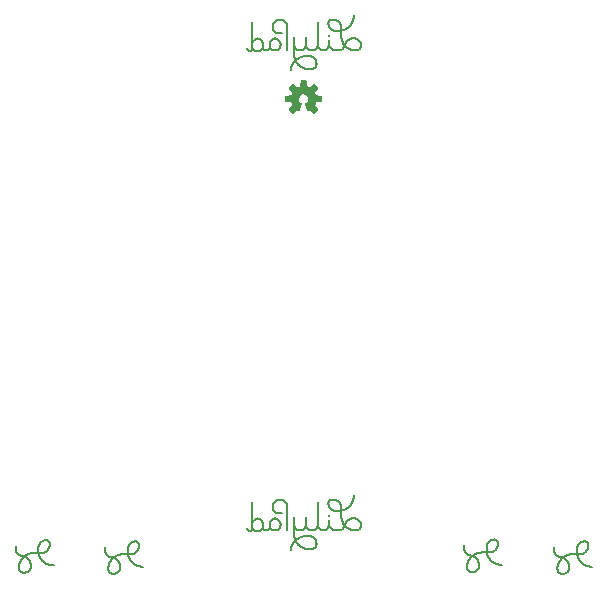
<source format=gbr>
G04 EAGLE Gerber RS-274X export*
G75*
%MOMM*%
%FSLAX34Y34*%
%LPD*%
%INSilkscreen Bottom*%
%IPPOS*%
%AMOC8*
5,1,8,0,0,1.08239X$1,22.5*%
G01*
%ADD10C,0.203200*%

G36*
X314120Y482746D02*
X314120Y482746D01*
X314228Y482756D01*
X314241Y482762D01*
X314255Y482764D01*
X314352Y482812D01*
X314451Y482857D01*
X314464Y482868D01*
X314473Y482872D01*
X314488Y482888D01*
X314565Y482950D01*
X317150Y485535D01*
X317213Y485624D01*
X317279Y485709D01*
X317284Y485722D01*
X317292Y485734D01*
X317323Y485837D01*
X317359Y485940D01*
X317359Y485954D01*
X317363Y485967D01*
X317359Y486075D01*
X317360Y486184D01*
X317355Y486197D01*
X317355Y486211D01*
X317317Y486313D01*
X317282Y486415D01*
X317273Y486430D01*
X317269Y486439D01*
X317255Y486456D01*
X317201Y486538D01*
X314437Y489928D01*
X314994Y491010D01*
X315000Y491030D01*
X315042Y491125D01*
X315413Y492284D01*
X319764Y492727D01*
X319868Y492755D01*
X319974Y492780D01*
X319986Y492787D01*
X319999Y492790D01*
X320089Y492851D01*
X320182Y492908D01*
X320190Y492919D01*
X320202Y492927D01*
X320268Y493013D01*
X320337Y493097D01*
X320341Y493110D01*
X320350Y493121D01*
X320384Y493224D01*
X320423Y493325D01*
X320424Y493343D01*
X320428Y493352D01*
X320428Y493374D01*
X320437Y493472D01*
X320437Y497128D01*
X320420Y497235D01*
X320406Y497343D01*
X320400Y497355D01*
X320398Y497369D01*
X320346Y497465D01*
X320299Y497562D01*
X320289Y497572D01*
X320283Y497584D01*
X320203Y497658D01*
X320127Y497735D01*
X320115Y497741D01*
X320105Y497751D01*
X320006Y497796D01*
X319909Y497844D01*
X319891Y497848D01*
X319882Y497852D01*
X319861Y497854D01*
X319764Y497873D01*
X315413Y498316D01*
X315042Y499475D01*
X315033Y499493D01*
X315031Y499500D01*
X315027Y499507D01*
X314994Y499590D01*
X314437Y500672D01*
X317201Y504062D01*
X317255Y504156D01*
X317312Y504248D01*
X317315Y504261D01*
X317322Y504273D01*
X317343Y504380D01*
X317368Y504485D01*
X317366Y504499D01*
X317369Y504513D01*
X317354Y504620D01*
X317344Y504728D01*
X317338Y504741D01*
X317336Y504755D01*
X317288Y504852D01*
X317243Y504951D01*
X317232Y504964D01*
X317228Y504973D01*
X317212Y504988D01*
X317150Y505065D01*
X314565Y507650D01*
X314476Y507713D01*
X314391Y507779D01*
X314378Y507784D01*
X314366Y507792D01*
X314263Y507823D01*
X314160Y507859D01*
X314146Y507859D01*
X314133Y507863D01*
X314025Y507859D01*
X313916Y507860D01*
X313903Y507855D01*
X313889Y507855D01*
X313787Y507817D01*
X313685Y507782D01*
X313670Y507773D01*
X313661Y507769D01*
X313644Y507755D01*
X313562Y507701D01*
X310172Y504937D01*
X309090Y505494D01*
X309070Y505500D01*
X308975Y505542D01*
X307816Y505913D01*
X307373Y510264D01*
X307345Y510368D01*
X307320Y510474D01*
X307313Y510486D01*
X307310Y510499D01*
X307249Y510589D01*
X307192Y510682D01*
X307181Y510690D01*
X307173Y510702D01*
X307087Y510768D01*
X307003Y510837D01*
X306990Y510841D01*
X306979Y510850D01*
X306876Y510884D01*
X306775Y510923D01*
X306757Y510924D01*
X306748Y510928D01*
X306726Y510928D01*
X306628Y510937D01*
X302972Y510937D01*
X302865Y510920D01*
X302757Y510906D01*
X302745Y510900D01*
X302731Y510898D01*
X302635Y510846D01*
X302538Y510799D01*
X302528Y510789D01*
X302516Y510783D01*
X302442Y510703D01*
X302365Y510627D01*
X302359Y510615D01*
X302349Y510605D01*
X302304Y510506D01*
X302256Y510409D01*
X302252Y510391D01*
X302248Y510382D01*
X302246Y510361D01*
X302227Y510264D01*
X301784Y505913D01*
X300625Y505542D01*
X300607Y505532D01*
X300510Y505494D01*
X299428Y504937D01*
X296038Y507701D01*
X295944Y507755D01*
X295852Y507812D01*
X295839Y507815D01*
X295827Y507822D01*
X295720Y507843D01*
X295615Y507868D01*
X295601Y507866D01*
X295587Y507869D01*
X295480Y507854D01*
X295372Y507844D01*
X295359Y507838D01*
X295346Y507836D01*
X295248Y507788D01*
X295149Y507743D01*
X295136Y507732D01*
X295127Y507728D01*
X295112Y507712D01*
X295035Y507650D01*
X292450Y505065D01*
X292387Y504976D01*
X292321Y504891D01*
X292316Y504878D01*
X292308Y504866D01*
X292277Y504763D01*
X292241Y504660D01*
X292241Y504646D01*
X292237Y504633D01*
X292241Y504525D01*
X292240Y504416D01*
X292245Y504403D01*
X292245Y504389D01*
X292283Y504287D01*
X292318Y504185D01*
X292327Y504170D01*
X292331Y504161D01*
X292345Y504144D01*
X292399Y504062D01*
X295163Y500672D01*
X294606Y499590D01*
X294600Y499570D01*
X294558Y499475D01*
X294187Y498316D01*
X289836Y497873D01*
X289732Y497845D01*
X289626Y497820D01*
X289614Y497813D01*
X289601Y497810D01*
X289511Y497749D01*
X289418Y497692D01*
X289410Y497681D01*
X289398Y497673D01*
X289332Y497587D01*
X289264Y497503D01*
X289259Y497490D01*
X289250Y497479D01*
X289216Y497376D01*
X289177Y497275D01*
X289176Y497257D01*
X289172Y497248D01*
X289173Y497226D01*
X289163Y497128D01*
X289163Y493472D01*
X289180Y493365D01*
X289194Y493257D01*
X289200Y493245D01*
X289202Y493231D01*
X289254Y493135D01*
X289301Y493038D01*
X289311Y493028D01*
X289317Y493016D01*
X289397Y492942D01*
X289473Y492865D01*
X289485Y492859D01*
X289496Y492849D01*
X289594Y492804D01*
X289691Y492756D01*
X289709Y492752D01*
X289718Y492748D01*
X289739Y492746D01*
X289836Y492727D01*
X294187Y492284D01*
X294558Y491125D01*
X294568Y491107D01*
X294606Y491010D01*
X295163Y489928D01*
X292399Y486538D01*
X292345Y486444D01*
X292288Y486352D01*
X292285Y486339D01*
X292278Y486327D01*
X292257Y486220D01*
X292232Y486115D01*
X292234Y486101D01*
X292231Y486087D01*
X292246Y485980D01*
X292256Y485872D01*
X292262Y485859D01*
X292264Y485846D01*
X292312Y485748D01*
X292357Y485649D01*
X292368Y485636D01*
X292372Y485627D01*
X292388Y485612D01*
X292450Y485535D01*
X295035Y482950D01*
X295124Y482887D01*
X295209Y482821D01*
X295222Y482816D01*
X295234Y482808D01*
X295337Y482777D01*
X295440Y482741D01*
X295454Y482741D01*
X295467Y482737D01*
X295575Y482741D01*
X295684Y482740D01*
X295697Y482745D01*
X295711Y482745D01*
X295813Y482783D01*
X295915Y482818D01*
X295930Y482827D01*
X295939Y482831D01*
X295956Y482845D01*
X296038Y482899D01*
X299428Y485663D01*
X300510Y485106D01*
X300563Y485089D01*
X300612Y485063D01*
X300678Y485052D01*
X300742Y485031D01*
X300798Y485032D01*
X300852Y485023D01*
X300919Y485034D01*
X300986Y485035D01*
X301038Y485053D01*
X301093Y485062D01*
X301153Y485094D01*
X301216Y485117D01*
X301259Y485151D01*
X301309Y485177D01*
X301355Y485226D01*
X301407Y485268D01*
X301438Y485315D01*
X301476Y485355D01*
X301532Y485460D01*
X301540Y485473D01*
X301541Y485478D01*
X301545Y485485D01*
X303698Y490682D01*
X303718Y490765D01*
X303723Y490778D01*
X303725Y490794D01*
X303750Y490879D01*
X303749Y490900D01*
X303754Y490920D01*
X303746Y491002D01*
X303747Y491021D01*
X303743Y491041D01*
X303739Y491122D01*
X303732Y491142D01*
X303730Y491163D01*
X303698Y491232D01*
X303692Y491259D01*
X303677Y491283D01*
X303651Y491350D01*
X303638Y491366D01*
X303629Y491385D01*
X303584Y491434D01*
X303564Y491466D01*
X303533Y491491D01*
X303495Y491537D01*
X303472Y491553D01*
X303462Y491563D01*
X303441Y491575D01*
X303376Y491620D01*
X303375Y491621D01*
X303374Y491622D01*
X302475Y492128D01*
X301788Y492772D01*
X301273Y493560D01*
X300961Y494448D01*
X300869Y495385D01*
X301002Y496317D01*
X301353Y497191D01*
X301902Y497956D01*
X302616Y498569D01*
X303456Y498994D01*
X304373Y499208D01*
X305314Y499198D01*
X306226Y498964D01*
X307056Y498521D01*
X307757Y497892D01*
X308289Y497115D01*
X308620Y496234D01*
X308733Y495299D01*
X308625Y494382D01*
X308305Y493514D01*
X307791Y492745D01*
X307112Y492118D01*
X306228Y491623D01*
X306186Y491590D01*
X306144Y491567D01*
X306113Y491534D01*
X306065Y491499D01*
X306053Y491483D01*
X306037Y491470D01*
X306002Y491415D01*
X305977Y491389D01*
X305964Y491359D01*
X305922Y491301D01*
X305916Y491282D01*
X305906Y491265D01*
X305887Y491190D01*
X305877Y491167D01*
X305874Y491143D01*
X305851Y491068D01*
X305852Y491048D01*
X305847Y491028D01*
X305854Y490942D01*
X305853Y490924D01*
X305856Y490908D01*
X305859Y490824D01*
X305867Y490799D01*
X305868Y490785D01*
X305878Y490763D01*
X305902Y490682D01*
X306831Y488439D01*
X306831Y488438D01*
X307762Y486191D01*
X307763Y486191D01*
X308055Y485485D01*
X308084Y485438D01*
X308105Y485386D01*
X308148Y485335D01*
X308184Y485278D01*
X308227Y485243D01*
X308263Y485200D01*
X308320Y485166D01*
X308372Y485123D01*
X308424Y485104D01*
X308472Y485075D01*
X308538Y485061D01*
X308601Y485037D01*
X308656Y485035D01*
X308710Y485024D01*
X308777Y485031D01*
X308844Y485029D01*
X308898Y485045D01*
X308953Y485052D01*
X309064Y485096D01*
X309078Y485100D01*
X309082Y485103D01*
X309090Y485106D01*
X310172Y485663D01*
X313562Y482899D01*
X313656Y482845D01*
X313748Y482788D01*
X313761Y482785D01*
X313773Y482778D01*
X313880Y482757D01*
X313985Y482732D01*
X313999Y482734D01*
X314013Y482731D01*
X314120Y482746D01*
G37*
D10*
X290700Y130050D02*
X290700Y151050D01*
X290685Y151196D01*
X290666Y151342D01*
X290643Y151487D01*
X290616Y151632D01*
X290585Y151776D01*
X290551Y151919D01*
X290512Y152061D01*
X290470Y152201D01*
X290425Y152341D01*
X290375Y152480D01*
X290322Y152617D01*
X290265Y152752D01*
X290205Y152886D01*
X290141Y153019D01*
X290073Y153149D01*
X290002Y153278D01*
X289928Y153405D01*
X289850Y153530D01*
X289769Y153653D01*
X289685Y153773D01*
X289598Y153891D01*
X289507Y154007D01*
X289414Y154121D01*
X289317Y154232D01*
X289218Y154340D01*
X289115Y154445D01*
X289010Y154548D01*
X288902Y154648D01*
X288792Y154745D01*
X288679Y154840D01*
X288564Y154931D01*
X288446Y155019D01*
X288326Y155103D01*
X288203Y155185D01*
X288079Y155263D01*
X287952Y155338D01*
X287824Y155410D01*
X287694Y155478D01*
X287562Y155543D01*
X287428Y155604D01*
X287292Y155661D01*
X287156Y155715D01*
X287017Y155765D01*
X286878Y155812D01*
X286737Y155855D01*
X286596Y155894D01*
X286453Y155929D01*
X286309Y155960D01*
X286165Y155988D01*
X286020Y156012D01*
X285874Y156032D01*
X285728Y156048D01*
X285581Y156060D01*
X285434Y156068D01*
X285287Y156072D01*
X285140Y156073D01*
X284993Y156069D01*
X284847Y156062D01*
X284700Y156050D01*
X284554Y156062D01*
X284407Y156069D01*
X284260Y156073D01*
X284113Y156072D01*
X283966Y156068D01*
X283819Y156060D01*
X283672Y156048D01*
X283526Y156032D01*
X283381Y156012D01*
X283235Y155988D01*
X283091Y155960D01*
X282947Y155929D01*
X282805Y155894D01*
X282663Y155855D01*
X282522Y155812D01*
X282383Y155765D01*
X282245Y155715D01*
X282108Y155661D01*
X281973Y155604D01*
X281839Y155542D01*
X281707Y155478D01*
X281576Y155410D01*
X281448Y155338D01*
X281322Y155263D01*
X281197Y155185D01*
X281075Y155103D01*
X280955Y155018D01*
X280837Y154930D01*
X280721Y154839D01*
X280608Y154745D01*
X280498Y154648D01*
X280390Y154548D01*
X280285Y154445D01*
X280183Y154340D01*
X280083Y154231D01*
X279987Y154120D01*
X279893Y154007D01*
X279803Y153891D01*
X279715Y153773D01*
X279631Y153652D01*
X279550Y153530D01*
X279473Y153405D01*
X279398Y153278D01*
X279327Y153149D01*
X279260Y153019D01*
X279196Y152886D01*
X279135Y152752D01*
X279079Y152617D01*
X279025Y152479D01*
X278976Y152341D01*
X278930Y152201D01*
X278888Y152060D01*
X278849Y151919D01*
X278815Y151776D01*
X278784Y151632D01*
X278757Y151487D01*
X278734Y151342D01*
X278715Y151196D01*
X278700Y151050D01*
X278700Y149050D01*
X278709Y148914D01*
X278722Y148779D01*
X278739Y148644D01*
X278759Y148510D01*
X278784Y148377D01*
X278812Y148244D01*
X278844Y148112D01*
X278880Y147981D01*
X278919Y147851D01*
X278963Y147722D01*
X279010Y147594D01*
X279060Y147468D01*
X279114Y147344D01*
X279172Y147221D01*
X279233Y147099D01*
X279298Y146980D01*
X279366Y146862D01*
X279437Y146747D01*
X279511Y146633D01*
X279589Y146522D01*
X279670Y146412D01*
X279754Y146306D01*
X279841Y146201D01*
X279931Y146100D01*
X280024Y146000D01*
X280120Y145904D01*
X280218Y145810D01*
X280319Y145719D01*
X280422Y145631D01*
X280528Y145546D01*
X280637Y145464D01*
X280747Y145386D01*
X280860Y145310D01*
X280975Y145238D01*
X281092Y145169D01*
X281211Y145103D01*
X281332Y145041D01*
X281455Y144982D01*
X281579Y144927D01*
X281704Y144875D01*
X281831Y144827D01*
X281960Y144783D01*
X282089Y144742D01*
X282220Y144705D01*
X282352Y144672D01*
X282484Y144642D01*
X282618Y144617D01*
X282752Y144595D01*
X282886Y144577D01*
X283022Y144562D01*
X283157Y144552D01*
X283293Y144546D01*
X283429Y144543D01*
X283564Y144544D01*
X283700Y144550D01*
X286700Y144550D01*
X276200Y134050D02*
X276185Y133933D01*
X276174Y133815D01*
X276167Y133697D01*
X276164Y133579D01*
X276165Y133461D01*
X276170Y133343D01*
X276179Y133225D01*
X276192Y133107D01*
X276209Y132991D01*
X276229Y132874D01*
X276254Y132759D01*
X276282Y132644D01*
X276314Y132530D01*
X276350Y132418D01*
X276390Y132306D01*
X276433Y132196D01*
X276480Y132088D01*
X276531Y131981D01*
X276585Y131876D01*
X276643Y131773D01*
X276704Y131672D01*
X276768Y131573D01*
X276836Y131476D01*
X276907Y131381D01*
X276981Y131289D01*
X277058Y131200D01*
X277138Y131113D01*
X277221Y131029D01*
X277307Y130947D01*
X277395Y130869D01*
X277486Y130793D01*
X277579Y130721D01*
X277675Y130651D01*
X277773Y130585D01*
X277873Y130523D01*
X277975Y130463D01*
X278079Y130407D01*
X278185Y130355D01*
X278293Y130306D01*
X278402Y130261D01*
X278513Y130219D01*
X278625Y130181D01*
X278738Y130147D01*
X278852Y130117D01*
X278967Y130091D01*
X279083Y130068D01*
X279200Y130050D01*
X281200Y130050D01*
X281331Y130066D01*
X281461Y130086D01*
X281590Y130110D01*
X281719Y130138D01*
X281847Y130170D01*
X281974Y130205D01*
X282100Y130244D01*
X282224Y130286D01*
X282348Y130332D01*
X282470Y130382D01*
X282590Y130435D01*
X282709Y130492D01*
X282826Y130552D01*
X282942Y130616D01*
X283055Y130683D01*
X283167Y130753D01*
X283276Y130826D01*
X283383Y130903D01*
X283488Y130982D01*
X283591Y131065D01*
X283691Y131150D01*
X283788Y131239D01*
X283883Y131330D01*
X283976Y131424D01*
X284065Y131521D01*
X284152Y131620D01*
X284236Y131721D01*
X284317Y131825D01*
X284394Y131932D01*
X284469Y132040D01*
X284540Y132151D01*
X284608Y132264D01*
X284673Y132378D01*
X284735Y132495D01*
X284793Y132613D01*
X284847Y132733D01*
X284898Y132854D01*
X284946Y132977D01*
X284990Y133101D01*
X285030Y133227D01*
X285067Y133353D01*
X285100Y133481D01*
X285129Y133609D01*
X285155Y133738D01*
X285176Y133868D01*
X285194Y133999D01*
X285208Y134130D01*
X285219Y134261D01*
X285225Y134393D01*
X285228Y134524D01*
X285227Y134656D01*
X285222Y134788D01*
X285213Y134919D01*
X285200Y135050D01*
X285213Y135181D01*
X285222Y135312D01*
X285227Y135444D01*
X285228Y135576D01*
X285225Y135707D01*
X285219Y135839D01*
X285208Y135970D01*
X285194Y136101D01*
X285176Y136232D01*
X285155Y136362D01*
X285129Y136491D01*
X285100Y136619D01*
X285067Y136747D01*
X285030Y136873D01*
X284990Y136999D01*
X284946Y137123D01*
X284898Y137246D01*
X284847Y137367D01*
X284793Y137487D01*
X284735Y137605D01*
X284673Y137722D01*
X284608Y137836D01*
X284540Y137949D01*
X284469Y138060D01*
X284394Y138168D01*
X284317Y138275D01*
X284236Y138379D01*
X284152Y138480D01*
X284065Y138579D01*
X283976Y138676D01*
X283883Y138770D01*
X283788Y138861D01*
X283691Y138950D01*
X283591Y139035D01*
X283488Y139118D01*
X283383Y139197D01*
X283276Y139274D01*
X283167Y139347D01*
X283055Y139417D01*
X282942Y139484D01*
X282826Y139548D01*
X282709Y139608D01*
X282590Y139665D01*
X282470Y139718D01*
X282348Y139768D01*
X282224Y139814D01*
X282100Y139856D01*
X281974Y139895D01*
X281847Y139930D01*
X281719Y139962D01*
X281590Y139990D01*
X281461Y140014D01*
X281331Y140034D01*
X281200Y140050D01*
X280200Y140050D01*
X280074Y140048D01*
X279949Y140042D01*
X279824Y140032D01*
X279699Y140018D01*
X279574Y140001D01*
X279450Y139979D01*
X279327Y139954D01*
X279205Y139924D01*
X279084Y139891D01*
X278964Y139854D01*
X278845Y139814D01*
X278728Y139769D01*
X278611Y139721D01*
X278497Y139669D01*
X278384Y139614D01*
X278273Y139555D01*
X278164Y139493D01*
X278057Y139427D01*
X277952Y139358D01*
X277849Y139286D01*
X277748Y139211D01*
X277650Y139132D01*
X277555Y139050D01*
X277462Y138966D01*
X277372Y138878D01*
X277284Y138788D01*
X277200Y138695D01*
X277118Y138600D01*
X277039Y138502D01*
X276964Y138401D01*
X276892Y138298D01*
X276823Y138193D01*
X276757Y138086D01*
X276695Y137977D01*
X276636Y137866D01*
X276581Y137753D01*
X276529Y137639D01*
X276481Y137522D01*
X276436Y137405D01*
X276396Y137286D01*
X276359Y137166D01*
X276326Y137045D01*
X276296Y136923D01*
X276271Y136800D01*
X276249Y136676D01*
X276232Y136551D01*
X276218Y136426D01*
X276208Y136301D01*
X276202Y136176D01*
X276200Y136050D01*
X276200Y134050D01*
X276223Y133939D01*
X276243Y133826D01*
X276259Y133714D01*
X276271Y133600D01*
X276280Y133487D01*
X276284Y133373D01*
X276285Y133259D01*
X276281Y133145D01*
X276274Y133032D01*
X276263Y132918D01*
X276248Y132805D01*
X276229Y132693D01*
X276207Y132582D01*
X276180Y132471D01*
X276150Y132361D01*
X276116Y132252D01*
X276079Y132145D01*
X276037Y132039D01*
X275992Y131934D01*
X275944Y131831D01*
X275892Y131730D01*
X275837Y131630D01*
X275778Y131532D01*
X275716Y131437D01*
X275651Y131344D01*
X275582Y131253D01*
X275511Y131164D01*
X275437Y131078D01*
X275359Y130994D01*
X275279Y130913D01*
X275196Y130835D01*
X275111Y130760D01*
X275023Y130687D01*
X274932Y130618D01*
X274840Y130552D01*
X274745Y130489D01*
X274648Y130430D01*
X274549Y130373D01*
X274448Y130320D01*
X274345Y130271D01*
X274241Y130225D01*
X274135Y130183D01*
X274028Y130144D01*
X273920Y130109D01*
X273810Y130078D01*
X273700Y130050D01*
X273597Y130024D01*
X273492Y130002D01*
X273387Y129984D01*
X273282Y129969D01*
X273176Y129959D01*
X273069Y129952D01*
X272963Y129950D01*
X272856Y129952D01*
X272750Y129957D01*
X272644Y129967D01*
X272538Y129980D01*
X272433Y129997D01*
X272328Y130019D01*
X272225Y130044D01*
X272122Y130073D01*
X272021Y130106D01*
X271921Y130142D01*
X271822Y130183D01*
X271725Y130227D01*
X271630Y130274D01*
X271536Y130326D01*
X271444Y130380D01*
X271355Y130438D01*
X271268Y130499D01*
X271183Y130564D01*
X271101Y130632D01*
X271021Y130702D01*
X270944Y130776D01*
X270869Y130852D01*
X270798Y130931D01*
X270730Y131013D01*
X270664Y131097D01*
X270602Y131184D01*
X270544Y131273D01*
X270488Y131364D01*
X270436Y131457D01*
X270388Y131552D01*
X270343Y131649D01*
X270302Y131747D01*
X270264Y131847D01*
X270230Y131948D01*
X270200Y132050D01*
X270200Y132550D01*
X270200Y135050D01*
X270206Y135186D01*
X270207Y135322D01*
X270204Y135457D01*
X270198Y135593D01*
X270188Y135729D01*
X270173Y135864D01*
X270155Y135998D01*
X270134Y136132D01*
X270108Y136266D01*
X270078Y136398D01*
X270045Y136530D01*
X270008Y136661D01*
X269967Y136791D01*
X269923Y136919D01*
X269875Y137046D01*
X269823Y137172D01*
X269768Y137296D01*
X269709Y137418D01*
X269647Y137539D01*
X269581Y137658D01*
X269512Y137775D01*
X269440Y137890D01*
X269365Y138003D01*
X269286Y138114D01*
X269204Y138222D01*
X269119Y138328D01*
X269031Y138431D01*
X268940Y138532D01*
X268846Y138631D01*
X268750Y138726D01*
X268651Y138819D01*
X268549Y138909D01*
X268445Y138996D01*
X268338Y139080D01*
X268229Y139161D01*
X268117Y139239D01*
X268004Y139313D01*
X267888Y139385D01*
X267770Y139453D01*
X267651Y139517D01*
X267529Y139578D01*
X267406Y139636D01*
X267282Y139690D01*
X267156Y139741D01*
X267028Y139788D01*
X266899Y139831D01*
X266769Y139870D01*
X266638Y139906D01*
X266506Y139938D01*
X266374Y139966D01*
X266240Y139991D01*
X266106Y140012D01*
X265971Y140028D01*
X265836Y140041D01*
X265700Y140050D01*
X265560Y140034D01*
X265420Y140014D01*
X265282Y139990D01*
X265143Y139963D01*
X265006Y139931D01*
X264870Y139896D01*
X264734Y139856D01*
X264600Y139813D01*
X264467Y139767D01*
X264335Y139716D01*
X264205Y139662D01*
X264077Y139604D01*
X263950Y139543D01*
X263825Y139478D01*
X263701Y139410D01*
X263580Y139338D01*
X263461Y139263D01*
X263344Y139184D01*
X263229Y139103D01*
X263116Y139018D01*
X263006Y138930D01*
X262899Y138839D01*
X262794Y138744D01*
X262692Y138647D01*
X262592Y138548D01*
X262495Y138445D01*
X262402Y138340D01*
X262311Y138232D01*
X262223Y138122D01*
X262139Y138009D01*
X262057Y137894D01*
X261979Y137777D01*
X261904Y137657D01*
X261833Y137536D01*
X261765Y137412D01*
X261700Y137287D01*
X261639Y137160D01*
X261582Y137031D01*
X261528Y136901D01*
X261478Y136769D01*
X261432Y136636D01*
X261389Y136501D01*
X261350Y136366D01*
X261315Y136229D01*
X261284Y136092D01*
X261257Y135954D01*
X261234Y135815D01*
X261214Y135675D01*
X261198Y135535D01*
X261187Y135395D01*
X261179Y135254D01*
X261175Y135113D01*
X261176Y134972D01*
X261180Y134831D01*
X261188Y134690D01*
X261200Y134550D01*
X261171Y134427D01*
X261146Y134303D01*
X261125Y134179D01*
X261108Y134054D01*
X261094Y133928D01*
X261085Y133802D01*
X261079Y133676D01*
X261077Y133550D01*
X261079Y133424D01*
X261085Y133298D01*
X261094Y133172D01*
X261108Y133046D01*
X261125Y132921D01*
X261146Y132797D01*
X261171Y132673D01*
X261200Y132550D01*
X261233Y132427D01*
X261269Y132305D01*
X261310Y132184D01*
X261354Y132065D01*
X261401Y131947D01*
X261453Y131830D01*
X261508Y131715D01*
X261566Y131602D01*
X261628Y131491D01*
X261693Y131382D01*
X261762Y131274D01*
X261834Y131169D01*
X261909Y131067D01*
X261987Y130966D01*
X262068Y130868D01*
X262153Y130773D01*
X262240Y130680D01*
X262330Y130590D01*
X262423Y130503D01*
X262518Y130418D01*
X262616Y130337D01*
X262717Y130259D01*
X262819Y130184D01*
X262924Y130112D01*
X263032Y130043D01*
X263141Y129978D01*
X263252Y129916D01*
X263365Y129858D01*
X263480Y129803D01*
X263597Y129751D01*
X263715Y129704D01*
X263834Y129660D01*
X263955Y129619D01*
X264077Y129583D01*
X264200Y129550D01*
X264329Y129509D01*
X264459Y129472D01*
X264591Y129439D01*
X264723Y129409D01*
X264856Y129383D01*
X264989Y129361D01*
X265124Y129342D01*
X265258Y129328D01*
X265393Y129317D01*
X265529Y129310D01*
X265664Y129307D01*
X265799Y129308D01*
X265935Y129313D01*
X266070Y129321D01*
X266205Y129334D01*
X266339Y129350D01*
X266473Y129370D01*
X266607Y129394D01*
X266739Y129422D01*
X266871Y129454D01*
X267002Y129489D01*
X267131Y129528D01*
X267260Y129571D01*
X267387Y129617D01*
X267513Y129667D01*
X267638Y129721D01*
X267760Y129778D01*
X267881Y129838D01*
X268001Y129902D01*
X268118Y129970D01*
X268234Y130041D01*
X268347Y130115D01*
X268459Y130192D01*
X268568Y130272D01*
X268674Y130356D01*
X268779Y130442D01*
X268880Y130531D01*
X268980Y130624D01*
X269076Y130719D01*
X269170Y130816D01*
X269261Y130917D01*
X269349Y131020D01*
X269434Y131125D01*
X269516Y131233D01*
X269595Y131343D01*
X269670Y131456D01*
X269743Y131570D01*
X269812Y131686D01*
X269878Y131805D01*
X269940Y131925D01*
X269999Y132047D01*
X270055Y132171D01*
X270107Y132296D01*
X270155Y132422D01*
X270200Y132550D01*
X261200Y132550D02*
X261200Y131550D01*
X261198Y131463D01*
X261192Y131376D01*
X261183Y131289D01*
X261170Y131203D01*
X261153Y131117D01*
X261132Y131032D01*
X261107Y130949D01*
X261079Y130866D01*
X261048Y130785D01*
X261013Y130705D01*
X260974Y130627D01*
X260932Y130550D01*
X260887Y130475D01*
X260838Y130403D01*
X260787Y130332D01*
X260732Y130264D01*
X260675Y130199D01*
X260614Y130136D01*
X260551Y130075D01*
X260486Y130018D01*
X260418Y129963D01*
X260347Y129912D01*
X260275Y129863D01*
X260200Y129818D01*
X260123Y129776D01*
X260045Y129737D01*
X259965Y129702D01*
X259884Y129671D01*
X259801Y129643D01*
X259718Y129618D01*
X259633Y129597D01*
X259547Y129580D01*
X259461Y129567D01*
X259374Y129558D01*
X259287Y129552D01*
X259200Y129550D01*
X259113Y129552D01*
X259026Y129558D01*
X258939Y129567D01*
X258853Y129580D01*
X258767Y129597D01*
X258682Y129618D01*
X258599Y129643D01*
X258516Y129671D01*
X258435Y129702D01*
X258355Y129737D01*
X258277Y129776D01*
X258200Y129818D01*
X258125Y129863D01*
X258053Y129912D01*
X257982Y129963D01*
X257914Y130018D01*
X257849Y130075D01*
X257786Y130136D01*
X257725Y130199D01*
X257668Y130264D01*
X257613Y130332D01*
X257562Y130403D01*
X257513Y130475D01*
X257468Y130550D01*
X257426Y130627D01*
X257387Y130705D01*
X257352Y130785D01*
X257321Y130866D01*
X257293Y130949D01*
X257268Y131032D01*
X257247Y131117D01*
X257230Y131203D01*
X257217Y131289D01*
X257208Y131376D01*
X257202Y131463D01*
X257200Y131550D01*
X261200Y133550D02*
X261200Y153550D01*
X326200Y142550D02*
X326200Y142050D01*
X334200Y146550D02*
X334514Y146554D01*
X334828Y146565D01*
X335142Y146584D01*
X335455Y146611D01*
X335767Y146645D01*
X336078Y146686D01*
X336389Y146736D01*
X336698Y146792D01*
X337005Y146856D01*
X337311Y146928D01*
X337615Y147007D01*
X337917Y147093D01*
X338217Y147186D01*
X338515Y147287D01*
X338810Y147395D01*
X339102Y147510D01*
X339392Y147632D01*
X339678Y147761D01*
X339961Y147896D01*
X340241Y148039D01*
X340518Y148188D01*
X340790Y148344D01*
X341059Y148507D01*
X341324Y148676D01*
X341585Y148851D01*
X341841Y149033D01*
X342093Y149220D01*
X342340Y149414D01*
X342583Y149614D01*
X342821Y149819D01*
X343053Y150031D01*
X343281Y150247D01*
X343503Y150469D01*
X343719Y150697D01*
X343931Y150929D01*
X344136Y151167D01*
X344336Y151410D01*
X344530Y151657D01*
X344717Y151909D01*
X344899Y152165D01*
X345074Y152426D01*
X345243Y152691D01*
X345406Y152960D01*
X345562Y153232D01*
X345711Y153509D01*
X345854Y153789D01*
X345989Y154072D01*
X346118Y154358D01*
X346240Y154648D01*
X346355Y154940D01*
X346463Y155235D01*
X346564Y155533D01*
X346657Y155833D01*
X346743Y156135D01*
X346822Y156439D01*
X346894Y156745D01*
X346958Y157052D01*
X347014Y157361D01*
X347064Y157672D01*
X347105Y157983D01*
X347139Y158295D01*
X347166Y158608D01*
X347185Y158922D01*
X347196Y159236D01*
X347200Y159550D01*
X334200Y146550D02*
X332700Y146550D01*
X332537Y146546D01*
X332374Y146545D01*
X332210Y146549D01*
X332047Y146557D01*
X331885Y146569D01*
X331722Y146584D01*
X331560Y146604D01*
X331398Y146627D01*
X331238Y146655D01*
X331077Y146686D01*
X330918Y146721D01*
X330759Y146760D01*
X330602Y146803D01*
X330445Y146849D01*
X330290Y146900D01*
X330136Y146954D01*
X329983Y147011D01*
X329832Y147073D01*
X329682Y147138D01*
X329534Y147207D01*
X329388Y147279D01*
X329243Y147355D01*
X329101Y147434D01*
X328960Y147517D01*
X328821Y147603D01*
X328684Y147692D01*
X328550Y147785D01*
X328418Y147880D01*
X328288Y147979D01*
X328161Y148081D01*
X328036Y148187D01*
X327914Y148295D01*
X327794Y148406D01*
X327677Y148520D01*
X327563Y148637D01*
X327452Y148756D01*
X327343Y148878D01*
X327238Y149003D01*
X327136Y149130D01*
X327037Y149260D01*
X326941Y149392D01*
X326848Y149526D01*
X326758Y149662D01*
X326672Y149801D01*
X326589Y149942D01*
X326510Y150084D01*
X326434Y150229D01*
X326361Y150375D01*
X326292Y150523D01*
X326227Y150673D01*
X326165Y150824D01*
X326107Y150976D01*
X326053Y151130D01*
X326002Y151285D01*
X325956Y151442D01*
X325913Y151599D01*
X325873Y151758D01*
X325838Y151917D01*
X325807Y152077D01*
X325779Y152238D01*
X325755Y152400D01*
X325735Y152562D01*
X325720Y152724D01*
X325708Y152887D01*
X325700Y153050D01*
X325702Y153157D01*
X325708Y153264D01*
X325717Y153371D01*
X325731Y153477D01*
X325748Y153583D01*
X325769Y153688D01*
X325793Y153792D01*
X325822Y153895D01*
X325854Y153997D01*
X325889Y154098D01*
X325928Y154198D01*
X325971Y154296D01*
X326017Y154393D01*
X326067Y154488D01*
X326120Y154581D01*
X326176Y154672D01*
X326236Y154761D01*
X326298Y154848D01*
X326364Y154932D01*
X326433Y155015D01*
X326504Y155094D01*
X326579Y155171D01*
X326656Y155246D01*
X326735Y155317D01*
X326818Y155386D01*
X326902Y155452D01*
X326989Y155514D01*
X327078Y155574D01*
X327169Y155630D01*
X327262Y155683D01*
X327357Y155733D01*
X327454Y155779D01*
X327552Y155822D01*
X327652Y155861D01*
X327753Y155896D01*
X327855Y155928D01*
X327958Y155957D01*
X328062Y155981D01*
X328167Y156002D01*
X328273Y156019D01*
X328379Y156033D01*
X328486Y156042D01*
X328593Y156048D01*
X328700Y156050D01*
X339200Y134050D02*
X339245Y134240D01*
X339295Y134428D01*
X339350Y134615D01*
X339409Y134801D01*
X339473Y134985D01*
X339541Y135168D01*
X339613Y135349D01*
X339690Y135528D01*
X339772Y135705D01*
X339858Y135881D01*
X339948Y136054D01*
X340042Y136224D01*
X340140Y136393D01*
X340243Y136559D01*
X340349Y136722D01*
X340460Y136883D01*
X340574Y137040D01*
X340692Y137195D01*
X340814Y137348D01*
X340940Y137497D01*
X341069Y137643D01*
X341202Y137785D01*
X341339Y137925D01*
X341478Y138061D01*
X341621Y138193D01*
X341768Y138322D01*
X341917Y138448D01*
X342069Y138569D01*
X342225Y138687D01*
X342383Y138801D01*
X342544Y138911D01*
X342707Y139017D01*
X342874Y139120D01*
X343042Y139217D01*
X343213Y139311D01*
X343386Y139401D01*
X343562Y139486D01*
X343739Y139567D01*
X343918Y139644D01*
X344099Y139716D01*
X344282Y139784D01*
X344467Y139847D01*
X344653Y139906D01*
X344840Y139960D01*
X345029Y140009D01*
X345218Y140054D01*
X345409Y140094D01*
X345601Y140130D01*
X345794Y140160D01*
X345987Y140186D01*
X346181Y140208D01*
X346375Y140224D01*
X346570Y140236D01*
X346764Y140243D01*
X346959Y140245D01*
X347154Y140242D01*
X347349Y140235D01*
X347544Y140223D01*
X347738Y140206D01*
X347932Y140184D01*
X348125Y140158D01*
X348318Y140126D01*
X348509Y140090D01*
X348700Y140050D01*
X329700Y156050D02*
X328700Y156050D01*
X329700Y156050D02*
X329869Y156048D01*
X330038Y156042D01*
X330207Y156032D01*
X330376Y156017D01*
X330544Y155999D01*
X330711Y155977D01*
X330878Y155950D01*
X331045Y155920D01*
X331210Y155885D01*
X331375Y155847D01*
X331539Y155804D01*
X331702Y155758D01*
X331863Y155707D01*
X332023Y155653D01*
X332182Y155595D01*
X332340Y155533D01*
X332496Y155468D01*
X332650Y155398D01*
X332802Y155325D01*
X332953Y155248D01*
X333102Y155168D01*
X333249Y155084D01*
X333393Y154996D01*
X333536Y154905D01*
X333676Y154811D01*
X333814Y154713D01*
X333950Y154612D01*
X334083Y154508D01*
X334214Y154400D01*
X334342Y154290D01*
X334467Y154176D01*
X334590Y154059D01*
X334709Y153940D01*
X334826Y153817D01*
X334940Y153692D01*
X335050Y153564D01*
X335158Y153433D01*
X335262Y153300D01*
X335363Y153164D01*
X335461Y153026D01*
X335555Y152886D01*
X335646Y152743D01*
X335734Y152599D01*
X335818Y152452D01*
X335898Y152303D01*
X335975Y152152D01*
X336048Y152000D01*
X336118Y151846D01*
X336183Y151690D01*
X336245Y151532D01*
X336303Y151373D01*
X336357Y151213D01*
X336408Y151052D01*
X336454Y150889D01*
X336497Y150725D01*
X336535Y150560D01*
X336570Y150395D01*
X336600Y150228D01*
X336627Y150061D01*
X336649Y149894D01*
X336667Y149726D01*
X336682Y149557D01*
X336692Y149388D01*
X336698Y149219D01*
X336700Y149050D01*
X348700Y140050D02*
X348842Y140027D01*
X348983Y140001D01*
X349124Y139972D01*
X349263Y139938D01*
X349402Y139900D01*
X349539Y139859D01*
X349676Y139814D01*
X349811Y139766D01*
X349945Y139714D01*
X350077Y139658D01*
X350208Y139598D01*
X350337Y139535D01*
X350464Y139469D01*
X350590Y139399D01*
X350713Y139326D01*
X350835Y139250D01*
X350954Y139170D01*
X351072Y139087D01*
X351187Y139001D01*
X351299Y138912D01*
X351409Y138819D01*
X351517Y138724D01*
X351622Y138626D01*
X351724Y138525D01*
X351824Y138422D01*
X351920Y138316D01*
X352014Y138207D01*
X352105Y138096D01*
X352192Y137982D01*
X352277Y137866D01*
X352358Y137747D01*
X352437Y137627D01*
X352512Y137504D01*
X352583Y137380D01*
X352651Y137254D01*
X352716Y137125D01*
X352777Y136995D01*
X352835Y136864D01*
X352889Y136731D01*
X352939Y136596D01*
X352986Y136461D01*
X353029Y136324D01*
X353069Y136186D01*
X353104Y136046D01*
X353136Y135906D01*
X353164Y135766D01*
X353189Y135624D01*
X353209Y135482D01*
X353226Y135339D01*
X353238Y135196D01*
X353247Y135053D01*
X353252Y134909D01*
X353253Y134766D01*
X353250Y134622D01*
X353243Y134479D01*
X353233Y134335D01*
X353218Y134192D01*
X353200Y134050D01*
X336700Y142050D02*
X336700Y149050D01*
X336700Y142050D02*
X336704Y141760D01*
X336714Y141470D01*
X336732Y141181D01*
X336756Y140892D01*
X336787Y140604D01*
X336826Y140316D01*
X336871Y140030D01*
X336924Y139744D01*
X336983Y139461D01*
X337049Y139178D01*
X337121Y138898D01*
X337201Y138619D01*
X337287Y138342D01*
X337380Y138067D01*
X337480Y137795D01*
X337586Y137525D01*
X337698Y137258D01*
X337818Y136993D01*
X337943Y136732D01*
X338075Y136473D01*
X338212Y136218D01*
X338356Y135966D01*
X338506Y135718D01*
X338662Y135474D01*
X338824Y135233D01*
X338992Y134997D01*
X339165Y134764D01*
X339344Y134536D01*
X339528Y134312D01*
X339718Y134093D01*
X339913Y133878D01*
X340113Y133668D01*
X340318Y133463D01*
X340528Y133263D01*
X340743Y133068D01*
X340962Y132878D01*
X341186Y132694D01*
X341414Y132515D01*
X341647Y132342D01*
X341883Y132174D01*
X342124Y132012D01*
X342368Y131856D01*
X342616Y131706D01*
X342868Y131562D01*
X343123Y131425D01*
X343382Y131293D01*
X343643Y131168D01*
X343908Y131048D01*
X344175Y130936D01*
X344445Y130830D01*
X344717Y130730D01*
X344992Y130637D01*
X345269Y130551D01*
X345548Y130471D01*
X345828Y130399D01*
X346111Y130333D01*
X346394Y130274D01*
X346680Y130221D01*
X346966Y130176D01*
X347254Y130137D01*
X347542Y130106D01*
X347831Y130082D01*
X348120Y130064D01*
X348410Y130054D01*
X348700Y130050D01*
X348828Y130045D01*
X348957Y130043D01*
X349086Y130045D01*
X349214Y130051D01*
X349342Y130061D01*
X349470Y130075D01*
X349598Y130093D01*
X349724Y130114D01*
X349850Y130139D01*
X349976Y130168D01*
X350100Y130201D01*
X350223Y130238D01*
X350345Y130278D01*
X350466Y130322D01*
X350586Y130370D01*
X350704Y130421D01*
X350820Y130476D01*
X350935Y130534D01*
X351047Y130596D01*
X351158Y130661D01*
X351267Y130729D01*
X351374Y130801D01*
X351479Y130875D01*
X351581Y130953D01*
X351681Y131034D01*
X351778Y131118D01*
X351873Y131205D01*
X351965Y131295D01*
X352055Y131387D01*
X352141Y131482D01*
X352225Y131580D01*
X352305Y131680D01*
X352383Y131783D01*
X352457Y131888D01*
X352529Y131995D01*
X352597Y132104D01*
X352661Y132215D01*
X352723Y132328D01*
X352781Y132443D01*
X352835Y132559D01*
X352886Y132677D01*
X352933Y132797D01*
X352976Y132918D01*
X353016Y133040D01*
X353053Y133164D01*
X353085Y133288D01*
X353114Y133413D01*
X353139Y133540D01*
X353160Y133666D01*
X353177Y133794D01*
X353190Y133922D01*
X353200Y134050D01*
X336700Y130550D02*
X336524Y130474D01*
X336346Y130402D01*
X336166Y130334D01*
X335985Y130270D01*
X335802Y130211D01*
X335618Y130157D01*
X335433Y130106D01*
X335247Y130061D01*
X335059Y130020D01*
X334871Y129983D01*
X334681Y129951D01*
X334491Y129924D01*
X334301Y129901D01*
X334109Y129882D01*
X333918Y129869D01*
X333726Y129860D01*
X333534Y129855D01*
X333342Y129856D01*
X333150Y129861D01*
X332958Y129870D01*
X332767Y129884D01*
X332576Y129903D01*
X332385Y129927D01*
X332195Y129955D01*
X332006Y129987D01*
X331818Y130024D01*
X331630Y130066D01*
X331444Y130112D01*
X331259Y130163D01*
X331075Y130218D01*
X330893Y130278D01*
X330712Y130342D01*
X330532Y130410D01*
X330354Y130483D01*
X330178Y130560D01*
X330005Y130641D01*
X329833Y130726D01*
X329663Y130816D01*
X329495Y130909D01*
X329330Y131007D01*
X329167Y131108D01*
X329006Y131214D01*
X328848Y131323D01*
X328693Y131436D01*
X328541Y131553D01*
X328391Y131674D01*
X328245Y131798D01*
X328101Y131925D01*
X327961Y132056D01*
X327824Y132190D01*
X327690Y132328D01*
X327559Y132469D01*
X327432Y132613D01*
X327309Y132760D01*
X327189Y132909D01*
X327072Y133062D01*
X326960Y133218D01*
X326851Y133376D01*
X326746Y133537D01*
X326645Y133700D01*
X326548Y133866D01*
X326455Y134033D01*
X326366Y134204D01*
X326281Y134376D01*
X326200Y134550D01*
X326200Y136050D02*
X326200Y139050D01*
X326200Y136050D02*
X326200Y134550D01*
X316700Y137050D02*
X316700Y153550D01*
X326200Y136050D02*
X326218Y135908D01*
X326233Y135765D01*
X326243Y135621D01*
X326250Y135478D01*
X326253Y135334D01*
X326252Y135191D01*
X326247Y135047D01*
X326238Y134904D01*
X326226Y134761D01*
X326209Y134618D01*
X326189Y134476D01*
X326164Y134334D01*
X326136Y134194D01*
X326104Y134054D01*
X326069Y133914D01*
X326029Y133776D01*
X325986Y133639D01*
X325939Y133504D01*
X325889Y133369D01*
X325835Y133236D01*
X325777Y133105D01*
X325716Y132975D01*
X325651Y132846D01*
X325583Y132720D01*
X325512Y132596D01*
X325437Y132473D01*
X325358Y132353D01*
X325277Y132234D01*
X325192Y132118D01*
X325105Y132004D01*
X325014Y131893D01*
X324920Y131784D01*
X324824Y131678D01*
X324724Y131575D01*
X324622Y131474D01*
X324517Y131376D01*
X324409Y131281D01*
X324299Y131188D01*
X324187Y131099D01*
X324072Y131013D01*
X323954Y130930D01*
X323835Y130850D01*
X323713Y130774D01*
X323590Y130701D01*
X323464Y130631D01*
X323337Y130565D01*
X323208Y130502D01*
X323077Y130442D01*
X322945Y130386D01*
X322811Y130334D01*
X322676Y130286D01*
X322539Y130241D01*
X322402Y130200D01*
X322263Y130162D01*
X322124Y130128D01*
X321983Y130099D01*
X321842Y130073D01*
X321700Y130050D01*
X321552Y130070D01*
X321404Y130095D01*
X321257Y130123D01*
X321110Y130155D01*
X320965Y130191D01*
X320820Y130231D01*
X320677Y130275D01*
X320535Y130322D01*
X320394Y130373D01*
X320254Y130428D01*
X320116Y130486D01*
X319980Y130548D01*
X319845Y130613D01*
X319712Y130682D01*
X319580Y130755D01*
X319451Y130831D01*
X319324Y130910D01*
X319199Y130993D01*
X319076Y131078D01*
X318956Y131167D01*
X318837Y131260D01*
X318722Y131355D01*
X318608Y131453D01*
X318498Y131554D01*
X318390Y131658D01*
X318285Y131765D01*
X318183Y131875D01*
X318083Y131987D01*
X317987Y132102D01*
X317894Y132219D01*
X317803Y132339D01*
X317716Y132461D01*
X317633Y132585D01*
X317552Y132711D01*
X317475Y132840D01*
X317401Y132970D01*
X317331Y133103D01*
X317264Y133237D01*
X317201Y133373D01*
X317141Y133510D01*
X317085Y133649D01*
X317033Y133790D01*
X316984Y133931D01*
X316939Y134074D01*
X316898Y134218D01*
X316860Y134363D01*
X316827Y134510D01*
X316797Y134656D01*
X316771Y134804D01*
X316749Y134952D01*
X316731Y135101D01*
X316717Y135250D01*
X316707Y135400D01*
X316700Y135550D01*
X316686Y135764D01*
X316676Y135978D01*
X316672Y136193D01*
X316672Y136407D01*
X316676Y136622D01*
X316686Y136836D01*
X316700Y137050D01*
X316700Y135550D02*
X316700Y135050D01*
X316698Y134910D01*
X316692Y134770D01*
X316682Y134630D01*
X316669Y134490D01*
X316651Y134351D01*
X316629Y134212D01*
X316604Y134075D01*
X316575Y133937D01*
X316542Y133801D01*
X316505Y133666D01*
X316464Y133532D01*
X316419Y133399D01*
X316371Y133267D01*
X316319Y133137D01*
X316264Y133008D01*
X316205Y132881D01*
X316142Y132755D01*
X316076Y132631D01*
X316007Y132510D01*
X315934Y132390D01*
X315857Y132272D01*
X315778Y132157D01*
X315695Y132043D01*
X315609Y131933D01*
X315520Y131824D01*
X315428Y131718D01*
X315333Y131615D01*
X315236Y131514D01*
X315135Y131417D01*
X315032Y131322D01*
X314926Y131230D01*
X314817Y131141D01*
X314707Y131055D01*
X314593Y130972D01*
X314478Y130893D01*
X314360Y130816D01*
X314240Y130743D01*
X314119Y130674D01*
X313995Y130608D01*
X313869Y130545D01*
X313742Y130486D01*
X313613Y130431D01*
X313483Y130379D01*
X313351Y130331D01*
X313218Y130286D01*
X313084Y130245D01*
X312949Y130208D01*
X312813Y130175D01*
X312675Y130146D01*
X312538Y130121D01*
X312399Y130099D01*
X312260Y130081D01*
X312120Y130068D01*
X311980Y130058D01*
X311840Y130052D01*
X311700Y130050D01*
X311560Y130052D01*
X311420Y130058D01*
X311280Y130068D01*
X311140Y130081D01*
X311001Y130099D01*
X310862Y130121D01*
X310725Y130146D01*
X310587Y130175D01*
X310451Y130208D01*
X310316Y130245D01*
X310182Y130286D01*
X310049Y130331D01*
X309917Y130379D01*
X309787Y130431D01*
X309658Y130486D01*
X309531Y130545D01*
X309405Y130608D01*
X309281Y130674D01*
X309160Y130743D01*
X309040Y130816D01*
X308922Y130893D01*
X308807Y130972D01*
X308693Y131055D01*
X308583Y131141D01*
X308474Y131230D01*
X308368Y131322D01*
X308265Y131417D01*
X308164Y131514D01*
X308067Y131615D01*
X307972Y131718D01*
X307880Y131824D01*
X307791Y131933D01*
X307705Y132043D01*
X307622Y132157D01*
X307543Y132272D01*
X307466Y132390D01*
X307393Y132510D01*
X307324Y132631D01*
X307258Y132755D01*
X307195Y132881D01*
X307136Y133008D01*
X307081Y133137D01*
X307029Y133267D01*
X306981Y133399D01*
X306936Y133532D01*
X306895Y133666D01*
X306858Y133801D01*
X306825Y133937D01*
X306796Y134075D01*
X306771Y134212D01*
X306749Y134351D01*
X306731Y134490D01*
X306718Y134630D01*
X306708Y134770D01*
X306702Y134910D01*
X306700Y135050D01*
X306700Y141050D01*
X306700Y135050D02*
X306698Y134910D01*
X306692Y134770D01*
X306682Y134630D01*
X306669Y134490D01*
X306651Y134351D01*
X306629Y134212D01*
X306604Y134075D01*
X306575Y133937D01*
X306542Y133801D01*
X306505Y133666D01*
X306464Y133532D01*
X306419Y133399D01*
X306371Y133267D01*
X306319Y133137D01*
X306264Y133008D01*
X306205Y132881D01*
X306142Y132755D01*
X306076Y132631D01*
X306007Y132510D01*
X305934Y132390D01*
X305857Y132272D01*
X305778Y132157D01*
X305695Y132043D01*
X305609Y131933D01*
X305520Y131824D01*
X305428Y131718D01*
X305333Y131615D01*
X305236Y131514D01*
X305135Y131417D01*
X305032Y131322D01*
X304926Y131230D01*
X304817Y131141D01*
X304707Y131055D01*
X304593Y130972D01*
X304478Y130893D01*
X304360Y130816D01*
X304240Y130743D01*
X304119Y130674D01*
X303995Y130608D01*
X303869Y130545D01*
X303742Y130486D01*
X303613Y130431D01*
X303483Y130379D01*
X303351Y130331D01*
X303218Y130286D01*
X303084Y130245D01*
X302949Y130208D01*
X302813Y130175D01*
X302675Y130146D01*
X302538Y130121D01*
X302399Y130099D01*
X302260Y130081D01*
X302120Y130068D01*
X301980Y130058D01*
X301840Y130052D01*
X301700Y130050D01*
X307700Y125050D02*
X307386Y125070D01*
X307071Y125083D01*
X306756Y125088D01*
X306441Y125085D01*
X306126Y125075D01*
X305811Y125058D01*
X305497Y125032D01*
X305184Y125000D01*
X304871Y124959D01*
X304560Y124911D01*
X304250Y124856D01*
X303941Y124793D01*
X303634Y124722D01*
X303329Y124645D01*
X303025Y124559D01*
X302724Y124467D01*
X302425Y124367D01*
X302129Y124260D01*
X301835Y124146D01*
X301544Y124025D01*
X301256Y123897D01*
X300972Y123762D01*
X300690Y123620D01*
X300413Y123472D01*
X300138Y123317D01*
X299868Y123155D01*
X299602Y122986D01*
X299339Y122812D01*
X299082Y122631D01*
X298828Y122443D01*
X298579Y122250D01*
X298335Y122051D01*
X298096Y121846D01*
X297862Y121635D01*
X297633Y121419D01*
X297409Y121197D01*
X297191Y120970D01*
X296978Y120737D01*
X296771Y120500D01*
X296570Y120258D01*
X296374Y120010D01*
X296185Y119759D01*
X296002Y119502D01*
X295825Y119242D01*
X295654Y118977D01*
X295490Y118708D01*
X295332Y118435D01*
X295181Y118158D01*
X295037Y117878D01*
X294900Y117595D01*
X294769Y117308D01*
X294646Y117018D01*
X294529Y116725D01*
X294420Y116430D01*
X294317Y116132D01*
X294222Y115832D01*
X294135Y115529D01*
X294054Y115224D01*
X293981Y114918D01*
X293916Y114610D01*
X293858Y114300D01*
X293807Y113989D01*
X293764Y113677D01*
X293728Y113364D01*
X293700Y113050D01*
X301700Y130050D02*
X301560Y130052D01*
X301420Y130058D01*
X301280Y130068D01*
X301140Y130081D01*
X301001Y130099D01*
X300862Y130121D01*
X300725Y130146D01*
X300587Y130175D01*
X300451Y130208D01*
X300316Y130245D01*
X300182Y130286D01*
X300049Y130331D01*
X299917Y130379D01*
X299787Y130431D01*
X299658Y130486D01*
X299531Y130545D01*
X299405Y130608D01*
X299281Y130674D01*
X299160Y130743D01*
X299040Y130816D01*
X298922Y130893D01*
X298807Y130972D01*
X298693Y131055D01*
X298583Y131141D01*
X298474Y131230D01*
X298368Y131322D01*
X298265Y131417D01*
X298164Y131514D01*
X298067Y131615D01*
X297972Y131718D01*
X297880Y131824D01*
X297791Y131933D01*
X297705Y132043D01*
X297622Y132157D01*
X297543Y132272D01*
X297466Y132390D01*
X297393Y132510D01*
X297324Y132631D01*
X297258Y132755D01*
X297195Y132881D01*
X297136Y133008D01*
X297081Y133137D01*
X297029Y133267D01*
X296981Y133399D01*
X296936Y133532D01*
X296895Y133666D01*
X296858Y133801D01*
X296825Y133937D01*
X296796Y134075D01*
X296771Y134212D01*
X296749Y134351D01*
X296731Y134490D01*
X296718Y134630D01*
X296708Y134770D01*
X296702Y134910D01*
X296700Y135050D01*
X296700Y141050D01*
X296700Y135050D02*
X296700Y127050D01*
X307700Y125050D02*
X309700Y125050D01*
X309852Y125048D01*
X310004Y125042D01*
X310156Y125033D01*
X310307Y125019D01*
X310458Y125002D01*
X310609Y124981D01*
X310759Y124956D01*
X310908Y124927D01*
X311056Y124895D01*
X311204Y124858D01*
X311351Y124819D01*
X311496Y124775D01*
X311641Y124727D01*
X311784Y124677D01*
X311926Y124622D01*
X312066Y124564D01*
X312205Y124502D01*
X312342Y124437D01*
X312478Y124368D01*
X312612Y124296D01*
X312744Y124221D01*
X312874Y124142D01*
X313002Y124060D01*
X313128Y123975D01*
X313251Y123886D01*
X313373Y123795D01*
X313492Y123700D01*
X313608Y123603D01*
X313722Y123502D01*
X313834Y123399D01*
X313943Y123293D01*
X314049Y123184D01*
X314152Y123072D01*
X314253Y122958D01*
X314350Y122842D01*
X314445Y122723D01*
X314536Y122601D01*
X314625Y122478D01*
X314710Y122352D01*
X314792Y122224D01*
X314871Y122094D01*
X314946Y121962D01*
X315018Y121828D01*
X315087Y121692D01*
X315152Y121555D01*
X315214Y121416D01*
X315272Y121276D01*
X315327Y121134D01*
X315377Y120991D01*
X315425Y120846D01*
X315469Y120701D01*
X315508Y120554D01*
X315545Y120406D01*
X315577Y120258D01*
X315606Y120109D01*
X315631Y119959D01*
X315652Y119808D01*
X315669Y119657D01*
X315683Y119506D01*
X315692Y119354D01*
X315698Y119202D01*
X315700Y119050D01*
X309700Y114050D02*
X309386Y114054D01*
X309072Y114065D01*
X308758Y114084D01*
X308445Y114111D01*
X308133Y114145D01*
X307822Y114186D01*
X307511Y114236D01*
X307202Y114292D01*
X306895Y114356D01*
X306589Y114428D01*
X306285Y114507D01*
X305983Y114593D01*
X305683Y114686D01*
X305385Y114787D01*
X305090Y114895D01*
X304798Y115010D01*
X304508Y115132D01*
X304222Y115261D01*
X303939Y115396D01*
X303659Y115539D01*
X303382Y115688D01*
X303110Y115844D01*
X302841Y116007D01*
X302576Y116176D01*
X302315Y116351D01*
X302059Y116533D01*
X301807Y116720D01*
X301560Y116914D01*
X301317Y117114D01*
X301079Y117319D01*
X300847Y117531D01*
X300619Y117747D01*
X300397Y117969D01*
X300181Y118197D01*
X299969Y118429D01*
X299764Y118667D01*
X299564Y118910D01*
X299370Y119157D01*
X299183Y119409D01*
X299001Y119665D01*
X298826Y119926D01*
X298657Y120191D01*
X298494Y120460D01*
X298338Y120732D01*
X298189Y121009D01*
X298046Y121289D01*
X297911Y121572D01*
X297782Y121858D01*
X297660Y122148D01*
X297545Y122440D01*
X297437Y122735D01*
X297336Y123033D01*
X297243Y123333D01*
X297157Y123635D01*
X297078Y123939D01*
X297006Y124245D01*
X296942Y124552D01*
X296886Y124861D01*
X296836Y125172D01*
X296795Y125483D01*
X296761Y125795D01*
X296734Y126108D01*
X296715Y126422D01*
X296704Y126736D01*
X296700Y127050D01*
X309700Y114050D02*
X310700Y114050D01*
X310840Y114052D01*
X310980Y114058D01*
X311120Y114068D01*
X311260Y114081D01*
X311399Y114099D01*
X311538Y114121D01*
X311675Y114146D01*
X311813Y114175D01*
X311949Y114208D01*
X312084Y114245D01*
X312218Y114286D01*
X312351Y114331D01*
X312483Y114379D01*
X312613Y114431D01*
X312742Y114486D01*
X312869Y114545D01*
X312995Y114608D01*
X313119Y114674D01*
X313240Y114743D01*
X313360Y114816D01*
X313478Y114893D01*
X313593Y114972D01*
X313707Y115055D01*
X313817Y115141D01*
X313926Y115230D01*
X314032Y115322D01*
X314135Y115417D01*
X314236Y115514D01*
X314333Y115615D01*
X314428Y115718D01*
X314520Y115824D01*
X314609Y115933D01*
X314695Y116043D01*
X314778Y116157D01*
X314857Y116272D01*
X314934Y116390D01*
X315007Y116510D01*
X315076Y116631D01*
X315142Y116755D01*
X315205Y116881D01*
X315264Y117008D01*
X315319Y117137D01*
X315371Y117267D01*
X315419Y117399D01*
X315464Y117532D01*
X315505Y117666D01*
X315542Y117801D01*
X315575Y117937D01*
X315604Y118075D01*
X315629Y118212D01*
X315651Y118351D01*
X315669Y118490D01*
X315682Y118630D01*
X315692Y118770D01*
X315698Y118910D01*
X315700Y119050D01*
X333200Y130050D02*
X333338Y130024D01*
X333477Y130003D01*
X333616Y129985D01*
X333756Y129970D01*
X333896Y129960D01*
X334037Y129954D01*
X334177Y129951D01*
X334318Y129952D01*
X334458Y129958D01*
X334598Y129967D01*
X334738Y129979D01*
X334878Y129996D01*
X335017Y130017D01*
X335155Y130041D01*
X335293Y130069D01*
X335430Y130101D01*
X335565Y130137D01*
X335700Y130177D01*
X335834Y130220D01*
X335966Y130267D01*
X336098Y130317D01*
X336227Y130371D01*
X336355Y130429D01*
X336482Y130490D01*
X336607Y130555D01*
X336730Y130623D01*
X336851Y130694D01*
X336970Y130769D01*
X337087Y130847D01*
X337201Y130928D01*
X337314Y131012D01*
X337424Y131099D01*
X337531Y131190D01*
X337637Y131283D01*
X337739Y131379D01*
X337839Y131478D01*
X337936Y131580D01*
X338030Y131684D01*
X338121Y131791D01*
X338210Y131900D01*
X338295Y132012D01*
X338377Y132126D01*
X338456Y132242D01*
X338532Y132360D01*
X338604Y132481D01*
X338673Y132603D01*
X338739Y132727D01*
X338801Y132853D01*
X338860Y132981D01*
X338916Y133110D01*
X338967Y133241D01*
X339015Y133373D01*
X339060Y133506D01*
X339100Y133641D01*
X339137Y133776D01*
X339171Y133913D01*
X339200Y134050D01*
X93206Y100218D02*
X92892Y100222D01*
X92578Y100233D01*
X92264Y100252D01*
X91951Y100279D01*
X91639Y100313D01*
X91328Y100354D01*
X91017Y100404D01*
X90708Y100460D01*
X90401Y100524D01*
X90095Y100596D01*
X89791Y100675D01*
X89489Y100761D01*
X89189Y100854D01*
X88891Y100955D01*
X88596Y101063D01*
X88304Y101178D01*
X88014Y101300D01*
X87728Y101429D01*
X87445Y101564D01*
X87165Y101707D01*
X86888Y101856D01*
X86616Y102012D01*
X86347Y102175D01*
X86082Y102344D01*
X85821Y102519D01*
X85565Y102701D01*
X85313Y102888D01*
X85066Y103082D01*
X84823Y103282D01*
X84585Y103487D01*
X84353Y103699D01*
X84125Y103915D01*
X83903Y104137D01*
X83687Y104365D01*
X83475Y104597D01*
X83270Y104835D01*
X83070Y105078D01*
X82876Y105325D01*
X82689Y105577D01*
X82507Y105833D01*
X82332Y106094D01*
X82163Y106359D01*
X82000Y106628D01*
X81844Y106900D01*
X81695Y107177D01*
X81552Y107457D01*
X81417Y107740D01*
X81288Y108026D01*
X81166Y108316D01*
X81051Y108608D01*
X80943Y108903D01*
X80842Y109201D01*
X80749Y109501D01*
X80663Y109803D01*
X80584Y110107D01*
X80512Y110413D01*
X80448Y110720D01*
X80392Y111029D01*
X80342Y111340D01*
X80301Y111651D01*
X80267Y111963D01*
X80240Y112276D01*
X80221Y112590D01*
X80210Y112904D01*
X80206Y113218D01*
X80206Y115218D01*
X80208Y115378D01*
X80214Y115537D01*
X80224Y115696D01*
X80237Y115855D01*
X80255Y116014D01*
X80276Y116172D01*
X80302Y116329D01*
X80331Y116486D01*
X80364Y116642D01*
X80401Y116797D01*
X80441Y116952D01*
X80486Y117105D01*
X80534Y117257D01*
X80586Y117408D01*
X80642Y117557D01*
X80701Y117705D01*
X80764Y117852D01*
X80830Y117997D01*
X80900Y118140D01*
X80974Y118282D01*
X81050Y118422D01*
X81131Y118560D01*
X81214Y118695D01*
X81301Y118829D01*
X81392Y118961D01*
X81485Y119090D01*
X81582Y119217D01*
X81681Y119342D01*
X81784Y119464D01*
X81890Y119583D01*
X81998Y119700D01*
X82110Y119814D01*
X82224Y119926D01*
X82341Y120034D01*
X82460Y120140D01*
X82582Y120243D01*
X82707Y120342D01*
X82834Y120439D01*
X82963Y120532D01*
X83095Y120623D01*
X83229Y120710D01*
X83364Y120793D01*
X83502Y120874D01*
X83642Y120950D01*
X83784Y121024D01*
X83927Y121094D01*
X84072Y121160D01*
X84219Y121223D01*
X84367Y121282D01*
X84516Y121338D01*
X84667Y121390D01*
X84819Y121438D01*
X84972Y121483D01*
X85127Y121523D01*
X85282Y121560D01*
X85438Y121593D01*
X85595Y121622D01*
X85752Y121648D01*
X85910Y121669D01*
X86069Y121687D01*
X86228Y121700D01*
X86387Y121710D01*
X86546Y121716D01*
X86706Y121718D01*
X87206Y121718D01*
X87304Y121716D01*
X87402Y121710D01*
X87500Y121701D01*
X87597Y121687D01*
X87694Y121670D01*
X87790Y121649D01*
X87885Y121624D01*
X87979Y121596D01*
X88071Y121563D01*
X88163Y121528D01*
X88253Y121488D01*
X88341Y121446D01*
X88428Y121399D01*
X88512Y121350D01*
X88595Y121297D01*
X88675Y121241D01*
X88754Y121181D01*
X88830Y121119D01*
X88903Y121054D01*
X88974Y120986D01*
X89042Y120915D01*
X89107Y120842D01*
X89169Y120766D01*
X89229Y120687D01*
X89285Y120607D01*
X89338Y120524D01*
X89387Y120440D01*
X89434Y120353D01*
X89476Y120265D01*
X89516Y120175D01*
X89551Y120083D01*
X89584Y119991D01*
X89612Y119897D01*
X89637Y119802D01*
X89658Y119706D01*
X89675Y119609D01*
X89689Y119512D01*
X89698Y119414D01*
X89704Y119316D01*
X89706Y119218D01*
X89706Y118218D01*
X89704Y118037D01*
X89697Y117856D01*
X89686Y117675D01*
X89671Y117494D01*
X89651Y117314D01*
X89627Y117134D01*
X89599Y116955D01*
X89566Y116777D01*
X89529Y116600D01*
X89488Y116423D01*
X89443Y116248D01*
X89393Y116073D01*
X89339Y115900D01*
X89281Y115729D01*
X89219Y115558D01*
X89152Y115390D01*
X89082Y115223D01*
X89008Y115057D01*
X88929Y114894D01*
X88847Y114733D01*
X88761Y114573D01*
X88671Y114416D01*
X88577Y114261D01*
X88480Y114108D01*
X88378Y113958D01*
X88274Y113810D01*
X88165Y113664D01*
X88054Y113522D01*
X87938Y113382D01*
X87820Y113245D01*
X87698Y113110D01*
X87573Y112979D01*
X87445Y112851D01*
X87314Y112726D01*
X87179Y112604D01*
X87042Y112486D01*
X86902Y112370D01*
X86760Y112259D01*
X86614Y112150D01*
X86466Y112046D01*
X86316Y111944D01*
X86163Y111847D01*
X86008Y111753D01*
X85851Y111663D01*
X85691Y111577D01*
X85530Y111495D01*
X85367Y111416D01*
X85201Y111342D01*
X85034Y111272D01*
X84866Y111205D01*
X84695Y111143D01*
X84524Y111085D01*
X84351Y111031D01*
X84176Y110981D01*
X84001Y110936D01*
X83824Y110895D01*
X83647Y110858D01*
X83469Y110825D01*
X83290Y110797D01*
X83110Y110773D01*
X82930Y110753D01*
X82749Y110738D01*
X82568Y110727D01*
X82387Y110720D01*
X82206Y110718D01*
X75706Y110718D01*
X75416Y110714D01*
X75126Y110704D01*
X74837Y110686D01*
X74548Y110662D01*
X74260Y110631D01*
X73972Y110592D01*
X73686Y110547D01*
X73400Y110494D01*
X73117Y110435D01*
X72834Y110369D01*
X72554Y110297D01*
X72275Y110217D01*
X71998Y110131D01*
X71723Y110038D01*
X71451Y109938D01*
X71181Y109832D01*
X70914Y109720D01*
X70649Y109600D01*
X70388Y109475D01*
X70129Y109343D01*
X69874Y109206D01*
X69622Y109062D01*
X69374Y108912D01*
X69130Y108756D01*
X68889Y108594D01*
X68653Y108426D01*
X68420Y108253D01*
X68192Y108074D01*
X67968Y107890D01*
X67749Y107700D01*
X67534Y107505D01*
X67324Y107305D01*
X67119Y107100D01*
X66919Y106890D01*
X66724Y106675D01*
X66534Y106456D01*
X66350Y106232D01*
X66171Y106004D01*
X65998Y105771D01*
X65830Y105535D01*
X65668Y105294D01*
X65512Y105050D01*
X65362Y104802D01*
X65218Y104550D01*
X65081Y104295D01*
X64949Y104036D01*
X64824Y103775D01*
X64704Y103510D01*
X64592Y103243D01*
X64486Y102973D01*
X64386Y102701D01*
X64293Y102426D01*
X64207Y102149D01*
X64127Y101870D01*
X64055Y101590D01*
X63989Y101307D01*
X63930Y101024D01*
X63877Y100738D01*
X63832Y100452D01*
X63793Y100164D01*
X63762Y99876D01*
X63738Y99587D01*
X63720Y99298D01*
X63710Y99008D01*
X63706Y98718D01*
X63708Y98585D01*
X63714Y98451D01*
X63724Y98318D01*
X63738Y98186D01*
X63755Y98054D01*
X63777Y97922D01*
X63802Y97791D01*
X63832Y97661D01*
X63865Y97532D01*
X63902Y97404D01*
X63943Y97277D01*
X63988Y97151D01*
X64036Y97027D01*
X64088Y96904D01*
X64143Y96783D01*
X64203Y96663D01*
X64265Y96545D01*
X64331Y96430D01*
X64401Y96316D01*
X64474Y96204D01*
X64550Y96095D01*
X64629Y95987D01*
X64712Y95883D01*
X64797Y95780D01*
X64886Y95681D01*
X64977Y95584D01*
X65072Y95489D01*
X65169Y95398D01*
X65268Y95309D01*
X65371Y95224D01*
X65475Y95141D01*
X65583Y95062D01*
X65692Y94986D01*
X65804Y94913D01*
X65918Y94843D01*
X66033Y94777D01*
X66151Y94715D01*
X66271Y94655D01*
X66392Y94600D01*
X66515Y94548D01*
X66639Y94500D01*
X66765Y94455D01*
X66892Y94414D01*
X67020Y94377D01*
X67149Y94344D01*
X67279Y94314D01*
X67410Y94289D01*
X67542Y94267D01*
X67674Y94250D01*
X67806Y94236D01*
X67939Y94226D01*
X68073Y94220D01*
X68206Y94218D01*
X68352Y94220D01*
X68499Y94226D01*
X68645Y94236D01*
X68791Y94249D01*
X68936Y94267D01*
X69081Y94288D01*
X69225Y94313D01*
X69369Y94342D01*
X69511Y94375D01*
X69653Y94412D01*
X69794Y94452D01*
X69933Y94496D01*
X70072Y94544D01*
X70209Y94596D01*
X70345Y94651D01*
X70479Y94710D01*
X70611Y94772D01*
X70742Y94838D01*
X70871Y94907D01*
X70998Y94979D01*
X71123Y95055D01*
X71246Y95135D01*
X71367Y95217D01*
X71486Y95303D01*
X71602Y95392D01*
X71716Y95484D01*
X71828Y95579D01*
X71937Y95677D01*
X72043Y95777D01*
X72147Y95881D01*
X72247Y95987D01*
X72345Y96096D01*
X72440Y96208D01*
X72532Y96322D01*
X72621Y96438D01*
X72707Y96557D01*
X72789Y96678D01*
X72869Y96801D01*
X72945Y96926D01*
X73017Y97053D01*
X73086Y97182D01*
X73152Y97313D01*
X73214Y97445D01*
X73273Y97579D01*
X73328Y97715D01*
X73380Y97852D01*
X73428Y97991D01*
X73472Y98130D01*
X73512Y98271D01*
X73549Y98413D01*
X73582Y98555D01*
X73611Y98699D01*
X73636Y98843D01*
X73657Y98988D01*
X73675Y99133D01*
X73688Y99279D01*
X73698Y99425D01*
X73704Y99572D01*
X73706Y99718D01*
X73706Y100718D01*
X73704Y100899D01*
X73697Y101080D01*
X73686Y101261D01*
X73671Y101442D01*
X73651Y101622D01*
X73627Y101802D01*
X73599Y101981D01*
X73566Y102159D01*
X73529Y102336D01*
X73488Y102513D01*
X73443Y102688D01*
X73393Y102863D01*
X73339Y103036D01*
X73281Y103207D01*
X73219Y103378D01*
X73152Y103546D01*
X73082Y103713D01*
X73008Y103879D01*
X72929Y104042D01*
X72847Y104203D01*
X72761Y104363D01*
X72671Y104520D01*
X72577Y104675D01*
X72480Y104828D01*
X72378Y104978D01*
X72274Y105126D01*
X72165Y105272D01*
X72054Y105414D01*
X71938Y105554D01*
X71820Y105691D01*
X71698Y105826D01*
X71573Y105957D01*
X71445Y106085D01*
X71314Y106210D01*
X71179Y106332D01*
X71042Y106450D01*
X70902Y106566D01*
X70760Y106677D01*
X70614Y106786D01*
X70466Y106890D01*
X70316Y106992D01*
X70163Y107089D01*
X70008Y107183D01*
X69851Y107273D01*
X69691Y107359D01*
X69530Y107441D01*
X69367Y107520D01*
X69201Y107594D01*
X69034Y107664D01*
X68866Y107731D01*
X68695Y107793D01*
X68524Y107851D01*
X68351Y107905D01*
X68176Y107955D01*
X68001Y108000D01*
X67824Y108041D01*
X67647Y108078D01*
X67469Y108111D01*
X67290Y108139D01*
X67110Y108163D01*
X66930Y108183D01*
X66749Y108198D01*
X66568Y108209D01*
X66387Y108216D01*
X66206Y108218D01*
X66043Y108262D01*
X65882Y108311D01*
X65722Y108363D01*
X65563Y108419D01*
X65405Y108478D01*
X65249Y108542D01*
X65095Y108609D01*
X64942Y108680D01*
X64791Y108755D01*
X64642Y108833D01*
X64494Y108915D01*
X64349Y109000D01*
X64206Y109089D01*
X64065Y109182D01*
X63926Y109277D01*
X63790Y109376D01*
X63656Y109479D01*
X63525Y109584D01*
X63396Y109693D01*
X63270Y109805D01*
X63146Y109919D01*
X63026Y110037D01*
X62908Y110158D01*
X62793Y110281D01*
X62681Y110407D01*
X62573Y110536D01*
X62467Y110667D01*
X62365Y110801D01*
X62266Y110937D01*
X62170Y111076D01*
X62078Y111217D01*
X61989Y111360D01*
X61903Y111505D01*
X61822Y111653D01*
X61743Y111802D01*
X61669Y111953D01*
X61598Y112106D01*
X61530Y112260D01*
X61467Y112416D01*
X61407Y112574D01*
X61351Y112733D01*
X61299Y112893D01*
X61251Y113055D01*
X61206Y113217D01*
X61166Y113381D01*
X61130Y113545D01*
X61097Y113711D01*
X61069Y113877D01*
X61045Y114043D01*
X61024Y114211D01*
X61008Y114378D01*
X60996Y114546D01*
X60988Y114715D01*
X60984Y114883D01*
X60984Y115052D01*
X60988Y115220D01*
X60996Y115389D01*
X61008Y115557D01*
X61024Y115724D01*
X61044Y115892D01*
X61069Y116058D01*
X61097Y116224D01*
X61129Y116390D01*
X61166Y116554D01*
X61206Y116718D01*
X536136Y112202D02*
X536140Y111888D01*
X536151Y111574D01*
X536170Y111260D01*
X536197Y110947D01*
X536231Y110635D01*
X536272Y110324D01*
X536322Y110013D01*
X536378Y109704D01*
X536442Y109397D01*
X536514Y109091D01*
X536593Y108787D01*
X536679Y108485D01*
X536772Y108185D01*
X536873Y107887D01*
X536981Y107592D01*
X537096Y107300D01*
X537218Y107010D01*
X537347Y106724D01*
X537482Y106441D01*
X537625Y106161D01*
X537774Y105884D01*
X537930Y105612D01*
X538093Y105343D01*
X538262Y105078D01*
X538437Y104817D01*
X538619Y104561D01*
X538806Y104309D01*
X539000Y104062D01*
X539200Y103819D01*
X539405Y103581D01*
X539617Y103349D01*
X539833Y103121D01*
X540055Y102899D01*
X540283Y102683D01*
X540515Y102471D01*
X540753Y102266D01*
X540996Y102066D01*
X541243Y101872D01*
X541495Y101685D01*
X541751Y101503D01*
X542012Y101328D01*
X542277Y101159D01*
X542546Y100996D01*
X542818Y100840D01*
X543095Y100691D01*
X543375Y100548D01*
X543658Y100413D01*
X543944Y100284D01*
X544234Y100162D01*
X544526Y100047D01*
X544821Y99939D01*
X545119Y99838D01*
X545419Y99745D01*
X545721Y99659D01*
X546025Y99580D01*
X546331Y99508D01*
X546638Y99444D01*
X546947Y99388D01*
X547258Y99338D01*
X547569Y99297D01*
X547881Y99263D01*
X548194Y99236D01*
X548508Y99217D01*
X548822Y99206D01*
X549136Y99202D01*
X536136Y112202D02*
X536136Y114202D01*
X536138Y114362D01*
X536144Y114521D01*
X536154Y114680D01*
X536167Y114839D01*
X536185Y114998D01*
X536206Y115156D01*
X536232Y115313D01*
X536261Y115470D01*
X536294Y115626D01*
X536331Y115781D01*
X536371Y115936D01*
X536416Y116089D01*
X536464Y116241D01*
X536516Y116392D01*
X536572Y116541D01*
X536631Y116689D01*
X536694Y116836D01*
X536760Y116981D01*
X536830Y117124D01*
X536904Y117266D01*
X536980Y117406D01*
X537061Y117544D01*
X537144Y117679D01*
X537231Y117813D01*
X537322Y117945D01*
X537415Y118074D01*
X537512Y118201D01*
X537611Y118326D01*
X537714Y118448D01*
X537820Y118567D01*
X537928Y118684D01*
X538040Y118798D01*
X538154Y118910D01*
X538271Y119018D01*
X538390Y119124D01*
X538512Y119227D01*
X538637Y119326D01*
X538764Y119423D01*
X538893Y119516D01*
X539025Y119607D01*
X539159Y119694D01*
X539294Y119777D01*
X539432Y119858D01*
X539572Y119934D01*
X539714Y120008D01*
X539857Y120078D01*
X540002Y120144D01*
X540149Y120207D01*
X540297Y120266D01*
X540446Y120322D01*
X540597Y120374D01*
X540749Y120422D01*
X540902Y120467D01*
X541057Y120507D01*
X541212Y120544D01*
X541368Y120577D01*
X541525Y120606D01*
X541682Y120632D01*
X541840Y120653D01*
X541999Y120671D01*
X542158Y120684D01*
X542317Y120694D01*
X542476Y120700D01*
X542636Y120702D01*
X543136Y120702D01*
X543234Y120700D01*
X543332Y120694D01*
X543430Y120685D01*
X543527Y120671D01*
X543624Y120654D01*
X543720Y120633D01*
X543815Y120608D01*
X543909Y120580D01*
X544001Y120547D01*
X544093Y120512D01*
X544183Y120472D01*
X544271Y120430D01*
X544358Y120383D01*
X544442Y120334D01*
X544525Y120281D01*
X544605Y120225D01*
X544684Y120165D01*
X544760Y120103D01*
X544833Y120038D01*
X544904Y119970D01*
X544972Y119899D01*
X545037Y119826D01*
X545099Y119750D01*
X545159Y119671D01*
X545215Y119591D01*
X545268Y119508D01*
X545317Y119424D01*
X545364Y119337D01*
X545406Y119249D01*
X545446Y119159D01*
X545481Y119067D01*
X545514Y118975D01*
X545542Y118881D01*
X545567Y118786D01*
X545588Y118690D01*
X545605Y118593D01*
X545619Y118496D01*
X545628Y118398D01*
X545634Y118300D01*
X545636Y118202D01*
X545636Y117202D01*
X545634Y117021D01*
X545627Y116840D01*
X545616Y116659D01*
X545601Y116478D01*
X545581Y116298D01*
X545557Y116118D01*
X545529Y115939D01*
X545496Y115761D01*
X545459Y115584D01*
X545418Y115407D01*
X545373Y115232D01*
X545323Y115057D01*
X545269Y114884D01*
X545211Y114713D01*
X545149Y114542D01*
X545082Y114374D01*
X545012Y114207D01*
X544938Y114041D01*
X544859Y113878D01*
X544777Y113717D01*
X544691Y113557D01*
X544601Y113400D01*
X544507Y113245D01*
X544410Y113092D01*
X544308Y112942D01*
X544204Y112794D01*
X544095Y112648D01*
X543984Y112506D01*
X543868Y112366D01*
X543750Y112229D01*
X543628Y112094D01*
X543503Y111963D01*
X543375Y111835D01*
X543244Y111710D01*
X543109Y111588D01*
X542972Y111470D01*
X542832Y111354D01*
X542690Y111243D01*
X542544Y111134D01*
X542396Y111030D01*
X542246Y110928D01*
X542093Y110831D01*
X541938Y110737D01*
X541781Y110647D01*
X541621Y110561D01*
X541460Y110479D01*
X541297Y110400D01*
X541131Y110326D01*
X540964Y110256D01*
X540796Y110189D01*
X540625Y110127D01*
X540454Y110069D01*
X540281Y110015D01*
X540106Y109965D01*
X539931Y109920D01*
X539754Y109879D01*
X539577Y109842D01*
X539399Y109809D01*
X539220Y109781D01*
X539040Y109757D01*
X538860Y109737D01*
X538679Y109722D01*
X538498Y109711D01*
X538317Y109704D01*
X538136Y109702D01*
X531636Y109702D01*
X531346Y109698D01*
X531056Y109688D01*
X530767Y109670D01*
X530478Y109646D01*
X530190Y109615D01*
X529902Y109576D01*
X529616Y109531D01*
X529330Y109478D01*
X529047Y109419D01*
X528764Y109353D01*
X528484Y109281D01*
X528205Y109201D01*
X527928Y109115D01*
X527653Y109022D01*
X527381Y108922D01*
X527111Y108816D01*
X526844Y108704D01*
X526579Y108584D01*
X526318Y108459D01*
X526059Y108327D01*
X525804Y108190D01*
X525552Y108046D01*
X525304Y107896D01*
X525060Y107740D01*
X524819Y107578D01*
X524583Y107410D01*
X524350Y107237D01*
X524122Y107058D01*
X523898Y106874D01*
X523679Y106684D01*
X523464Y106489D01*
X523254Y106289D01*
X523049Y106084D01*
X522849Y105874D01*
X522654Y105659D01*
X522464Y105440D01*
X522280Y105216D01*
X522101Y104988D01*
X521928Y104755D01*
X521760Y104519D01*
X521598Y104278D01*
X521442Y104034D01*
X521292Y103786D01*
X521148Y103534D01*
X521011Y103279D01*
X520879Y103020D01*
X520754Y102759D01*
X520634Y102494D01*
X520522Y102227D01*
X520416Y101957D01*
X520316Y101685D01*
X520223Y101410D01*
X520137Y101133D01*
X520057Y100854D01*
X519985Y100574D01*
X519919Y100291D01*
X519860Y100008D01*
X519807Y99722D01*
X519762Y99436D01*
X519723Y99148D01*
X519692Y98860D01*
X519668Y98571D01*
X519650Y98282D01*
X519640Y97992D01*
X519636Y97702D01*
X519638Y97569D01*
X519644Y97435D01*
X519654Y97302D01*
X519668Y97170D01*
X519685Y97038D01*
X519707Y96906D01*
X519732Y96775D01*
X519762Y96645D01*
X519795Y96516D01*
X519832Y96388D01*
X519873Y96261D01*
X519918Y96135D01*
X519966Y96011D01*
X520018Y95888D01*
X520073Y95767D01*
X520133Y95647D01*
X520195Y95529D01*
X520261Y95414D01*
X520331Y95300D01*
X520404Y95188D01*
X520480Y95079D01*
X520559Y94971D01*
X520642Y94867D01*
X520727Y94764D01*
X520816Y94665D01*
X520907Y94568D01*
X521002Y94473D01*
X521099Y94382D01*
X521198Y94293D01*
X521301Y94208D01*
X521405Y94125D01*
X521513Y94046D01*
X521622Y93970D01*
X521734Y93897D01*
X521848Y93827D01*
X521963Y93761D01*
X522081Y93699D01*
X522201Y93639D01*
X522322Y93584D01*
X522445Y93532D01*
X522569Y93484D01*
X522695Y93439D01*
X522822Y93398D01*
X522950Y93361D01*
X523079Y93328D01*
X523209Y93298D01*
X523340Y93273D01*
X523472Y93251D01*
X523604Y93234D01*
X523736Y93220D01*
X523869Y93210D01*
X524003Y93204D01*
X524136Y93202D01*
X524282Y93204D01*
X524429Y93210D01*
X524575Y93220D01*
X524721Y93233D01*
X524866Y93251D01*
X525011Y93272D01*
X525155Y93297D01*
X525299Y93326D01*
X525441Y93359D01*
X525583Y93396D01*
X525724Y93436D01*
X525863Y93480D01*
X526002Y93528D01*
X526139Y93580D01*
X526275Y93635D01*
X526409Y93694D01*
X526541Y93756D01*
X526672Y93822D01*
X526801Y93891D01*
X526928Y93963D01*
X527053Y94039D01*
X527176Y94119D01*
X527297Y94201D01*
X527416Y94287D01*
X527532Y94376D01*
X527646Y94468D01*
X527758Y94563D01*
X527867Y94661D01*
X527973Y94761D01*
X528077Y94865D01*
X528177Y94971D01*
X528275Y95080D01*
X528370Y95192D01*
X528462Y95306D01*
X528551Y95422D01*
X528637Y95541D01*
X528719Y95662D01*
X528799Y95785D01*
X528875Y95910D01*
X528947Y96037D01*
X529016Y96166D01*
X529082Y96297D01*
X529144Y96429D01*
X529203Y96563D01*
X529258Y96699D01*
X529310Y96836D01*
X529358Y96975D01*
X529402Y97114D01*
X529442Y97255D01*
X529479Y97397D01*
X529512Y97539D01*
X529541Y97683D01*
X529566Y97827D01*
X529587Y97972D01*
X529605Y98117D01*
X529618Y98263D01*
X529628Y98409D01*
X529634Y98556D01*
X529636Y98702D01*
X529636Y99702D01*
X529634Y99883D01*
X529627Y100064D01*
X529616Y100245D01*
X529601Y100426D01*
X529581Y100606D01*
X529557Y100786D01*
X529529Y100965D01*
X529496Y101143D01*
X529459Y101320D01*
X529418Y101497D01*
X529373Y101672D01*
X529323Y101847D01*
X529269Y102020D01*
X529211Y102191D01*
X529149Y102362D01*
X529082Y102530D01*
X529012Y102697D01*
X528938Y102863D01*
X528859Y103026D01*
X528777Y103187D01*
X528691Y103347D01*
X528601Y103504D01*
X528507Y103659D01*
X528410Y103812D01*
X528308Y103962D01*
X528204Y104110D01*
X528095Y104256D01*
X527984Y104398D01*
X527868Y104538D01*
X527750Y104675D01*
X527628Y104810D01*
X527503Y104941D01*
X527375Y105069D01*
X527244Y105194D01*
X527109Y105316D01*
X526972Y105434D01*
X526832Y105550D01*
X526690Y105661D01*
X526544Y105770D01*
X526396Y105874D01*
X526246Y105976D01*
X526093Y106073D01*
X525938Y106167D01*
X525781Y106257D01*
X525621Y106343D01*
X525460Y106425D01*
X525297Y106504D01*
X525131Y106578D01*
X524964Y106648D01*
X524796Y106715D01*
X524625Y106777D01*
X524454Y106835D01*
X524281Y106889D01*
X524106Y106939D01*
X523931Y106984D01*
X523754Y107025D01*
X523577Y107062D01*
X523399Y107095D01*
X523220Y107123D01*
X523040Y107147D01*
X522860Y107167D01*
X522679Y107182D01*
X522498Y107193D01*
X522317Y107200D01*
X522136Y107202D01*
X521973Y107246D01*
X521812Y107295D01*
X521652Y107347D01*
X521493Y107403D01*
X521335Y107462D01*
X521179Y107526D01*
X521025Y107593D01*
X520872Y107664D01*
X520721Y107739D01*
X520572Y107817D01*
X520424Y107899D01*
X520279Y107984D01*
X520136Y108073D01*
X519995Y108166D01*
X519856Y108261D01*
X519720Y108360D01*
X519586Y108463D01*
X519455Y108568D01*
X519326Y108677D01*
X519200Y108789D01*
X519076Y108903D01*
X518956Y109021D01*
X518838Y109142D01*
X518723Y109265D01*
X518611Y109391D01*
X518503Y109520D01*
X518397Y109651D01*
X518295Y109785D01*
X518196Y109921D01*
X518100Y110060D01*
X518008Y110201D01*
X517919Y110344D01*
X517833Y110489D01*
X517752Y110637D01*
X517673Y110786D01*
X517599Y110937D01*
X517528Y111090D01*
X517460Y111244D01*
X517397Y111400D01*
X517337Y111558D01*
X517281Y111717D01*
X517229Y111877D01*
X517181Y112039D01*
X517136Y112201D01*
X517096Y112365D01*
X517060Y112529D01*
X517027Y112695D01*
X516999Y112861D01*
X516975Y113027D01*
X516954Y113195D01*
X516938Y113362D01*
X516926Y113530D01*
X516918Y113699D01*
X516914Y113867D01*
X516914Y114036D01*
X516918Y114204D01*
X516926Y114373D01*
X516938Y114541D01*
X516954Y114708D01*
X516974Y114876D01*
X516999Y115042D01*
X517027Y115208D01*
X517059Y115374D01*
X517096Y115538D01*
X517136Y115702D01*
X472682Y100726D02*
X472368Y100730D01*
X472054Y100741D01*
X471740Y100760D01*
X471427Y100787D01*
X471115Y100821D01*
X470804Y100862D01*
X470493Y100912D01*
X470184Y100968D01*
X469877Y101032D01*
X469571Y101104D01*
X469267Y101183D01*
X468965Y101269D01*
X468665Y101362D01*
X468367Y101463D01*
X468072Y101571D01*
X467780Y101686D01*
X467490Y101808D01*
X467204Y101937D01*
X466921Y102072D01*
X466641Y102215D01*
X466364Y102364D01*
X466092Y102520D01*
X465823Y102683D01*
X465558Y102852D01*
X465297Y103027D01*
X465041Y103209D01*
X464789Y103396D01*
X464542Y103590D01*
X464299Y103790D01*
X464061Y103995D01*
X463829Y104207D01*
X463601Y104423D01*
X463379Y104645D01*
X463163Y104873D01*
X462951Y105105D01*
X462746Y105343D01*
X462546Y105586D01*
X462352Y105833D01*
X462165Y106085D01*
X461983Y106341D01*
X461808Y106602D01*
X461639Y106867D01*
X461476Y107136D01*
X461320Y107408D01*
X461171Y107685D01*
X461028Y107965D01*
X460893Y108248D01*
X460764Y108534D01*
X460642Y108824D01*
X460527Y109116D01*
X460419Y109411D01*
X460318Y109709D01*
X460225Y110009D01*
X460139Y110311D01*
X460060Y110615D01*
X459988Y110921D01*
X459924Y111228D01*
X459868Y111537D01*
X459818Y111848D01*
X459777Y112159D01*
X459743Y112471D01*
X459716Y112784D01*
X459697Y113098D01*
X459686Y113412D01*
X459682Y113726D01*
X459682Y115726D01*
X459684Y115886D01*
X459690Y116045D01*
X459700Y116204D01*
X459713Y116363D01*
X459731Y116522D01*
X459752Y116680D01*
X459778Y116837D01*
X459807Y116994D01*
X459840Y117150D01*
X459877Y117305D01*
X459917Y117460D01*
X459962Y117613D01*
X460010Y117765D01*
X460062Y117916D01*
X460118Y118065D01*
X460177Y118213D01*
X460240Y118360D01*
X460306Y118505D01*
X460376Y118648D01*
X460450Y118790D01*
X460526Y118930D01*
X460607Y119068D01*
X460690Y119203D01*
X460777Y119337D01*
X460868Y119469D01*
X460961Y119598D01*
X461058Y119725D01*
X461157Y119850D01*
X461260Y119972D01*
X461366Y120091D01*
X461474Y120208D01*
X461586Y120322D01*
X461700Y120434D01*
X461817Y120542D01*
X461936Y120648D01*
X462058Y120751D01*
X462183Y120850D01*
X462310Y120947D01*
X462439Y121040D01*
X462571Y121131D01*
X462705Y121218D01*
X462840Y121301D01*
X462978Y121382D01*
X463118Y121458D01*
X463260Y121532D01*
X463403Y121602D01*
X463548Y121668D01*
X463695Y121731D01*
X463843Y121790D01*
X463992Y121846D01*
X464143Y121898D01*
X464295Y121946D01*
X464448Y121991D01*
X464603Y122031D01*
X464758Y122068D01*
X464914Y122101D01*
X465071Y122130D01*
X465228Y122156D01*
X465386Y122177D01*
X465545Y122195D01*
X465704Y122208D01*
X465863Y122218D01*
X466022Y122224D01*
X466182Y122226D01*
X466682Y122226D01*
X466780Y122224D01*
X466878Y122218D01*
X466976Y122209D01*
X467073Y122195D01*
X467170Y122178D01*
X467266Y122157D01*
X467361Y122132D01*
X467455Y122104D01*
X467547Y122071D01*
X467639Y122036D01*
X467729Y121996D01*
X467817Y121954D01*
X467904Y121907D01*
X467988Y121858D01*
X468071Y121805D01*
X468151Y121749D01*
X468230Y121689D01*
X468306Y121627D01*
X468379Y121562D01*
X468450Y121494D01*
X468518Y121423D01*
X468583Y121350D01*
X468645Y121274D01*
X468705Y121195D01*
X468761Y121115D01*
X468814Y121032D01*
X468863Y120948D01*
X468910Y120861D01*
X468952Y120773D01*
X468992Y120683D01*
X469027Y120591D01*
X469060Y120499D01*
X469088Y120405D01*
X469113Y120310D01*
X469134Y120214D01*
X469151Y120117D01*
X469165Y120020D01*
X469174Y119922D01*
X469180Y119824D01*
X469182Y119726D01*
X469182Y118726D01*
X469180Y118545D01*
X469173Y118364D01*
X469162Y118183D01*
X469147Y118002D01*
X469127Y117822D01*
X469103Y117642D01*
X469075Y117463D01*
X469042Y117285D01*
X469005Y117108D01*
X468964Y116931D01*
X468919Y116756D01*
X468869Y116581D01*
X468815Y116408D01*
X468757Y116237D01*
X468695Y116066D01*
X468628Y115898D01*
X468558Y115731D01*
X468484Y115565D01*
X468405Y115402D01*
X468323Y115241D01*
X468237Y115081D01*
X468147Y114924D01*
X468053Y114769D01*
X467956Y114616D01*
X467854Y114466D01*
X467750Y114318D01*
X467641Y114172D01*
X467530Y114030D01*
X467414Y113890D01*
X467296Y113753D01*
X467174Y113618D01*
X467049Y113487D01*
X466921Y113359D01*
X466790Y113234D01*
X466655Y113112D01*
X466518Y112994D01*
X466378Y112878D01*
X466236Y112767D01*
X466090Y112658D01*
X465942Y112554D01*
X465792Y112452D01*
X465639Y112355D01*
X465484Y112261D01*
X465327Y112171D01*
X465167Y112085D01*
X465006Y112003D01*
X464843Y111924D01*
X464677Y111850D01*
X464510Y111780D01*
X464342Y111713D01*
X464171Y111651D01*
X464000Y111593D01*
X463827Y111539D01*
X463652Y111489D01*
X463477Y111444D01*
X463300Y111403D01*
X463123Y111366D01*
X462945Y111333D01*
X462766Y111305D01*
X462586Y111281D01*
X462406Y111261D01*
X462225Y111246D01*
X462044Y111235D01*
X461863Y111228D01*
X461682Y111226D01*
X455182Y111226D01*
X454892Y111222D01*
X454602Y111212D01*
X454313Y111194D01*
X454024Y111170D01*
X453736Y111139D01*
X453448Y111100D01*
X453162Y111055D01*
X452876Y111002D01*
X452593Y110943D01*
X452310Y110877D01*
X452030Y110805D01*
X451751Y110725D01*
X451474Y110639D01*
X451199Y110546D01*
X450927Y110446D01*
X450657Y110340D01*
X450390Y110228D01*
X450125Y110108D01*
X449864Y109983D01*
X449605Y109851D01*
X449350Y109714D01*
X449098Y109570D01*
X448850Y109420D01*
X448606Y109264D01*
X448365Y109102D01*
X448129Y108934D01*
X447896Y108761D01*
X447668Y108582D01*
X447444Y108398D01*
X447225Y108208D01*
X447010Y108013D01*
X446800Y107813D01*
X446595Y107608D01*
X446395Y107398D01*
X446200Y107183D01*
X446010Y106964D01*
X445826Y106740D01*
X445647Y106512D01*
X445474Y106279D01*
X445306Y106043D01*
X445144Y105802D01*
X444988Y105558D01*
X444838Y105310D01*
X444694Y105058D01*
X444557Y104803D01*
X444425Y104544D01*
X444300Y104283D01*
X444180Y104018D01*
X444068Y103751D01*
X443962Y103481D01*
X443862Y103209D01*
X443769Y102934D01*
X443683Y102657D01*
X443603Y102378D01*
X443531Y102098D01*
X443465Y101815D01*
X443406Y101532D01*
X443353Y101246D01*
X443308Y100960D01*
X443269Y100672D01*
X443238Y100384D01*
X443214Y100095D01*
X443196Y99806D01*
X443186Y99516D01*
X443182Y99226D01*
X443184Y99093D01*
X443190Y98959D01*
X443200Y98826D01*
X443214Y98694D01*
X443231Y98562D01*
X443253Y98430D01*
X443278Y98299D01*
X443308Y98169D01*
X443341Y98040D01*
X443378Y97912D01*
X443419Y97785D01*
X443464Y97659D01*
X443512Y97535D01*
X443564Y97412D01*
X443619Y97291D01*
X443679Y97171D01*
X443741Y97053D01*
X443807Y96938D01*
X443877Y96824D01*
X443950Y96712D01*
X444026Y96603D01*
X444105Y96495D01*
X444188Y96391D01*
X444273Y96288D01*
X444362Y96189D01*
X444453Y96092D01*
X444548Y95997D01*
X444645Y95906D01*
X444744Y95817D01*
X444847Y95732D01*
X444951Y95649D01*
X445059Y95570D01*
X445168Y95494D01*
X445280Y95421D01*
X445394Y95351D01*
X445509Y95285D01*
X445627Y95223D01*
X445747Y95163D01*
X445868Y95108D01*
X445991Y95056D01*
X446115Y95008D01*
X446241Y94963D01*
X446368Y94922D01*
X446496Y94885D01*
X446625Y94852D01*
X446755Y94822D01*
X446886Y94797D01*
X447018Y94775D01*
X447150Y94758D01*
X447282Y94744D01*
X447415Y94734D01*
X447549Y94728D01*
X447682Y94726D01*
X447828Y94728D01*
X447975Y94734D01*
X448121Y94744D01*
X448267Y94757D01*
X448412Y94775D01*
X448557Y94796D01*
X448701Y94821D01*
X448845Y94850D01*
X448987Y94883D01*
X449129Y94920D01*
X449270Y94960D01*
X449409Y95004D01*
X449548Y95052D01*
X449685Y95104D01*
X449821Y95159D01*
X449955Y95218D01*
X450087Y95280D01*
X450218Y95346D01*
X450347Y95415D01*
X450474Y95487D01*
X450599Y95563D01*
X450722Y95643D01*
X450843Y95725D01*
X450962Y95811D01*
X451078Y95900D01*
X451192Y95992D01*
X451304Y96087D01*
X451413Y96185D01*
X451519Y96285D01*
X451623Y96389D01*
X451723Y96495D01*
X451821Y96604D01*
X451916Y96716D01*
X452008Y96830D01*
X452097Y96946D01*
X452183Y97065D01*
X452265Y97186D01*
X452345Y97309D01*
X452421Y97434D01*
X452493Y97561D01*
X452562Y97690D01*
X452628Y97821D01*
X452690Y97953D01*
X452749Y98087D01*
X452804Y98223D01*
X452856Y98360D01*
X452904Y98499D01*
X452948Y98638D01*
X452988Y98779D01*
X453025Y98921D01*
X453058Y99063D01*
X453087Y99207D01*
X453112Y99351D01*
X453133Y99496D01*
X453151Y99641D01*
X453164Y99787D01*
X453174Y99933D01*
X453180Y100080D01*
X453182Y100226D01*
X453182Y101226D01*
X453180Y101407D01*
X453173Y101588D01*
X453162Y101769D01*
X453147Y101950D01*
X453127Y102130D01*
X453103Y102310D01*
X453075Y102489D01*
X453042Y102667D01*
X453005Y102844D01*
X452964Y103021D01*
X452919Y103196D01*
X452869Y103371D01*
X452815Y103544D01*
X452757Y103715D01*
X452695Y103886D01*
X452628Y104054D01*
X452558Y104221D01*
X452484Y104387D01*
X452405Y104550D01*
X452323Y104711D01*
X452237Y104871D01*
X452147Y105028D01*
X452053Y105183D01*
X451956Y105336D01*
X451854Y105486D01*
X451750Y105634D01*
X451641Y105780D01*
X451530Y105922D01*
X451414Y106062D01*
X451296Y106199D01*
X451174Y106334D01*
X451049Y106465D01*
X450921Y106593D01*
X450790Y106718D01*
X450655Y106840D01*
X450518Y106958D01*
X450378Y107074D01*
X450236Y107185D01*
X450090Y107294D01*
X449942Y107398D01*
X449792Y107500D01*
X449639Y107597D01*
X449484Y107691D01*
X449327Y107781D01*
X449167Y107867D01*
X449006Y107949D01*
X448843Y108028D01*
X448677Y108102D01*
X448510Y108172D01*
X448342Y108239D01*
X448171Y108301D01*
X448000Y108359D01*
X447827Y108413D01*
X447652Y108463D01*
X447477Y108508D01*
X447300Y108549D01*
X447123Y108586D01*
X446945Y108619D01*
X446766Y108647D01*
X446586Y108671D01*
X446406Y108691D01*
X446225Y108706D01*
X446044Y108717D01*
X445863Y108724D01*
X445682Y108726D01*
X445519Y108770D01*
X445358Y108819D01*
X445198Y108871D01*
X445039Y108927D01*
X444881Y108986D01*
X444725Y109050D01*
X444571Y109117D01*
X444418Y109188D01*
X444267Y109263D01*
X444118Y109341D01*
X443970Y109423D01*
X443825Y109508D01*
X443682Y109597D01*
X443541Y109690D01*
X443402Y109785D01*
X443266Y109884D01*
X443132Y109987D01*
X443001Y110092D01*
X442872Y110201D01*
X442746Y110313D01*
X442622Y110427D01*
X442502Y110545D01*
X442384Y110666D01*
X442269Y110789D01*
X442157Y110915D01*
X442049Y111044D01*
X441943Y111175D01*
X441841Y111309D01*
X441742Y111445D01*
X441646Y111584D01*
X441554Y111725D01*
X441465Y111868D01*
X441379Y112013D01*
X441298Y112161D01*
X441219Y112310D01*
X441145Y112461D01*
X441074Y112614D01*
X441006Y112768D01*
X440943Y112924D01*
X440883Y113082D01*
X440827Y113241D01*
X440775Y113401D01*
X440727Y113563D01*
X440682Y113725D01*
X440642Y113889D01*
X440606Y114053D01*
X440573Y114219D01*
X440545Y114385D01*
X440521Y114551D01*
X440500Y114719D01*
X440484Y114886D01*
X440472Y115054D01*
X440464Y115223D01*
X440460Y115391D01*
X440460Y115560D01*
X440464Y115728D01*
X440472Y115897D01*
X440484Y116065D01*
X440500Y116232D01*
X440520Y116400D01*
X440545Y116566D01*
X440573Y116732D01*
X440605Y116898D01*
X440642Y117062D01*
X440682Y117226D01*
X168898Y99202D02*
X168584Y99206D01*
X168270Y99217D01*
X167956Y99236D01*
X167643Y99263D01*
X167331Y99297D01*
X167020Y99338D01*
X166709Y99388D01*
X166400Y99444D01*
X166093Y99508D01*
X165787Y99580D01*
X165483Y99659D01*
X165181Y99745D01*
X164881Y99838D01*
X164583Y99939D01*
X164288Y100047D01*
X163996Y100162D01*
X163706Y100284D01*
X163420Y100413D01*
X163137Y100548D01*
X162857Y100691D01*
X162580Y100840D01*
X162308Y100996D01*
X162039Y101159D01*
X161774Y101328D01*
X161513Y101503D01*
X161257Y101685D01*
X161005Y101872D01*
X160758Y102066D01*
X160515Y102266D01*
X160277Y102471D01*
X160045Y102683D01*
X159817Y102899D01*
X159595Y103121D01*
X159379Y103349D01*
X159167Y103581D01*
X158962Y103819D01*
X158762Y104062D01*
X158568Y104309D01*
X158381Y104561D01*
X158199Y104817D01*
X158024Y105078D01*
X157855Y105343D01*
X157692Y105612D01*
X157536Y105884D01*
X157387Y106161D01*
X157244Y106441D01*
X157109Y106724D01*
X156980Y107010D01*
X156858Y107300D01*
X156743Y107592D01*
X156635Y107887D01*
X156534Y108185D01*
X156441Y108485D01*
X156355Y108787D01*
X156276Y109091D01*
X156204Y109397D01*
X156140Y109704D01*
X156084Y110013D01*
X156034Y110324D01*
X155993Y110635D01*
X155959Y110947D01*
X155932Y111260D01*
X155913Y111574D01*
X155902Y111888D01*
X155898Y112202D01*
X155898Y114202D01*
X155900Y114362D01*
X155906Y114521D01*
X155916Y114680D01*
X155929Y114839D01*
X155947Y114998D01*
X155968Y115156D01*
X155994Y115313D01*
X156023Y115470D01*
X156056Y115626D01*
X156093Y115781D01*
X156133Y115936D01*
X156178Y116089D01*
X156226Y116241D01*
X156278Y116392D01*
X156334Y116541D01*
X156393Y116689D01*
X156456Y116836D01*
X156522Y116981D01*
X156592Y117124D01*
X156666Y117266D01*
X156742Y117406D01*
X156823Y117544D01*
X156906Y117679D01*
X156993Y117813D01*
X157084Y117945D01*
X157177Y118074D01*
X157274Y118201D01*
X157373Y118326D01*
X157476Y118448D01*
X157582Y118567D01*
X157690Y118684D01*
X157802Y118798D01*
X157916Y118910D01*
X158033Y119018D01*
X158152Y119124D01*
X158274Y119227D01*
X158399Y119326D01*
X158526Y119423D01*
X158655Y119516D01*
X158787Y119607D01*
X158921Y119694D01*
X159056Y119777D01*
X159194Y119858D01*
X159334Y119934D01*
X159476Y120008D01*
X159619Y120078D01*
X159764Y120144D01*
X159911Y120207D01*
X160059Y120266D01*
X160208Y120322D01*
X160359Y120374D01*
X160511Y120422D01*
X160664Y120467D01*
X160819Y120507D01*
X160974Y120544D01*
X161130Y120577D01*
X161287Y120606D01*
X161444Y120632D01*
X161602Y120653D01*
X161761Y120671D01*
X161920Y120684D01*
X162079Y120694D01*
X162238Y120700D01*
X162398Y120702D01*
X162898Y120702D01*
X162996Y120700D01*
X163094Y120694D01*
X163192Y120685D01*
X163289Y120671D01*
X163386Y120654D01*
X163482Y120633D01*
X163577Y120608D01*
X163671Y120580D01*
X163763Y120547D01*
X163855Y120512D01*
X163945Y120472D01*
X164033Y120430D01*
X164120Y120383D01*
X164204Y120334D01*
X164287Y120281D01*
X164367Y120225D01*
X164446Y120165D01*
X164522Y120103D01*
X164595Y120038D01*
X164666Y119970D01*
X164734Y119899D01*
X164799Y119826D01*
X164861Y119750D01*
X164921Y119671D01*
X164977Y119591D01*
X165030Y119508D01*
X165079Y119424D01*
X165126Y119337D01*
X165168Y119249D01*
X165208Y119159D01*
X165243Y119067D01*
X165276Y118975D01*
X165304Y118881D01*
X165329Y118786D01*
X165350Y118690D01*
X165367Y118593D01*
X165381Y118496D01*
X165390Y118398D01*
X165396Y118300D01*
X165398Y118202D01*
X165398Y117202D01*
X165396Y117021D01*
X165389Y116840D01*
X165378Y116659D01*
X165363Y116478D01*
X165343Y116298D01*
X165319Y116118D01*
X165291Y115939D01*
X165258Y115761D01*
X165221Y115584D01*
X165180Y115407D01*
X165135Y115232D01*
X165085Y115057D01*
X165031Y114884D01*
X164973Y114713D01*
X164911Y114542D01*
X164844Y114374D01*
X164774Y114207D01*
X164700Y114041D01*
X164621Y113878D01*
X164539Y113717D01*
X164453Y113557D01*
X164363Y113400D01*
X164269Y113245D01*
X164172Y113092D01*
X164070Y112942D01*
X163966Y112794D01*
X163857Y112648D01*
X163746Y112506D01*
X163630Y112366D01*
X163512Y112229D01*
X163390Y112094D01*
X163265Y111963D01*
X163137Y111835D01*
X163006Y111710D01*
X162871Y111588D01*
X162734Y111470D01*
X162594Y111354D01*
X162452Y111243D01*
X162306Y111134D01*
X162158Y111030D01*
X162008Y110928D01*
X161855Y110831D01*
X161700Y110737D01*
X161543Y110647D01*
X161383Y110561D01*
X161222Y110479D01*
X161059Y110400D01*
X160893Y110326D01*
X160726Y110256D01*
X160558Y110189D01*
X160387Y110127D01*
X160216Y110069D01*
X160043Y110015D01*
X159868Y109965D01*
X159693Y109920D01*
X159516Y109879D01*
X159339Y109842D01*
X159161Y109809D01*
X158982Y109781D01*
X158802Y109757D01*
X158622Y109737D01*
X158441Y109722D01*
X158260Y109711D01*
X158079Y109704D01*
X157898Y109702D01*
X151398Y109702D01*
X151108Y109698D01*
X150818Y109688D01*
X150529Y109670D01*
X150240Y109646D01*
X149952Y109615D01*
X149664Y109576D01*
X149378Y109531D01*
X149092Y109478D01*
X148809Y109419D01*
X148526Y109353D01*
X148246Y109281D01*
X147967Y109201D01*
X147690Y109115D01*
X147415Y109022D01*
X147143Y108922D01*
X146873Y108816D01*
X146606Y108704D01*
X146341Y108584D01*
X146080Y108459D01*
X145821Y108327D01*
X145566Y108190D01*
X145314Y108046D01*
X145066Y107896D01*
X144822Y107740D01*
X144581Y107578D01*
X144345Y107410D01*
X144112Y107237D01*
X143884Y107058D01*
X143660Y106874D01*
X143441Y106684D01*
X143226Y106489D01*
X143016Y106289D01*
X142811Y106084D01*
X142611Y105874D01*
X142416Y105659D01*
X142226Y105440D01*
X142042Y105216D01*
X141863Y104988D01*
X141690Y104755D01*
X141522Y104519D01*
X141360Y104278D01*
X141204Y104034D01*
X141054Y103786D01*
X140910Y103534D01*
X140773Y103279D01*
X140641Y103020D01*
X140516Y102759D01*
X140396Y102494D01*
X140284Y102227D01*
X140178Y101957D01*
X140078Y101685D01*
X139985Y101410D01*
X139899Y101133D01*
X139819Y100854D01*
X139747Y100574D01*
X139681Y100291D01*
X139622Y100008D01*
X139569Y99722D01*
X139524Y99436D01*
X139485Y99148D01*
X139454Y98860D01*
X139430Y98571D01*
X139412Y98282D01*
X139402Y97992D01*
X139398Y97702D01*
X139400Y97569D01*
X139406Y97435D01*
X139416Y97302D01*
X139430Y97170D01*
X139447Y97038D01*
X139469Y96906D01*
X139494Y96775D01*
X139524Y96645D01*
X139557Y96516D01*
X139594Y96388D01*
X139635Y96261D01*
X139680Y96135D01*
X139728Y96011D01*
X139780Y95888D01*
X139835Y95767D01*
X139895Y95647D01*
X139957Y95529D01*
X140023Y95414D01*
X140093Y95300D01*
X140166Y95188D01*
X140242Y95079D01*
X140321Y94971D01*
X140404Y94867D01*
X140489Y94764D01*
X140578Y94665D01*
X140669Y94568D01*
X140764Y94473D01*
X140861Y94382D01*
X140960Y94293D01*
X141063Y94208D01*
X141167Y94125D01*
X141275Y94046D01*
X141384Y93970D01*
X141496Y93897D01*
X141610Y93827D01*
X141725Y93761D01*
X141843Y93699D01*
X141963Y93639D01*
X142084Y93584D01*
X142207Y93532D01*
X142331Y93484D01*
X142457Y93439D01*
X142584Y93398D01*
X142712Y93361D01*
X142841Y93328D01*
X142971Y93298D01*
X143102Y93273D01*
X143234Y93251D01*
X143366Y93234D01*
X143498Y93220D01*
X143631Y93210D01*
X143765Y93204D01*
X143898Y93202D01*
X144044Y93204D01*
X144191Y93210D01*
X144337Y93220D01*
X144483Y93233D01*
X144628Y93251D01*
X144773Y93272D01*
X144917Y93297D01*
X145061Y93326D01*
X145203Y93359D01*
X145345Y93396D01*
X145486Y93436D01*
X145625Y93480D01*
X145764Y93528D01*
X145901Y93580D01*
X146037Y93635D01*
X146171Y93694D01*
X146303Y93756D01*
X146434Y93822D01*
X146563Y93891D01*
X146690Y93963D01*
X146815Y94039D01*
X146938Y94119D01*
X147059Y94201D01*
X147178Y94287D01*
X147294Y94376D01*
X147408Y94468D01*
X147520Y94563D01*
X147629Y94661D01*
X147735Y94761D01*
X147839Y94865D01*
X147939Y94971D01*
X148037Y95080D01*
X148132Y95192D01*
X148224Y95306D01*
X148313Y95422D01*
X148399Y95541D01*
X148481Y95662D01*
X148561Y95785D01*
X148637Y95910D01*
X148709Y96037D01*
X148778Y96166D01*
X148844Y96297D01*
X148906Y96429D01*
X148965Y96563D01*
X149020Y96699D01*
X149072Y96836D01*
X149120Y96975D01*
X149164Y97114D01*
X149204Y97255D01*
X149241Y97397D01*
X149274Y97539D01*
X149303Y97683D01*
X149328Y97827D01*
X149349Y97972D01*
X149367Y98117D01*
X149380Y98263D01*
X149390Y98409D01*
X149396Y98556D01*
X149398Y98702D01*
X149398Y99702D01*
X149396Y99883D01*
X149389Y100064D01*
X149378Y100245D01*
X149363Y100426D01*
X149343Y100606D01*
X149319Y100786D01*
X149291Y100965D01*
X149258Y101143D01*
X149221Y101320D01*
X149180Y101497D01*
X149135Y101672D01*
X149085Y101847D01*
X149031Y102020D01*
X148973Y102191D01*
X148911Y102362D01*
X148844Y102530D01*
X148774Y102697D01*
X148700Y102863D01*
X148621Y103026D01*
X148539Y103187D01*
X148453Y103347D01*
X148363Y103504D01*
X148269Y103659D01*
X148172Y103812D01*
X148070Y103962D01*
X147966Y104110D01*
X147857Y104256D01*
X147746Y104398D01*
X147630Y104538D01*
X147512Y104675D01*
X147390Y104810D01*
X147265Y104941D01*
X147137Y105069D01*
X147006Y105194D01*
X146871Y105316D01*
X146734Y105434D01*
X146594Y105550D01*
X146452Y105661D01*
X146306Y105770D01*
X146158Y105874D01*
X146008Y105976D01*
X145855Y106073D01*
X145700Y106167D01*
X145543Y106257D01*
X145383Y106343D01*
X145222Y106425D01*
X145059Y106504D01*
X144893Y106578D01*
X144726Y106648D01*
X144558Y106715D01*
X144387Y106777D01*
X144216Y106835D01*
X144043Y106889D01*
X143868Y106939D01*
X143693Y106984D01*
X143516Y107025D01*
X143339Y107062D01*
X143161Y107095D01*
X142982Y107123D01*
X142802Y107147D01*
X142622Y107167D01*
X142441Y107182D01*
X142260Y107193D01*
X142079Y107200D01*
X141898Y107202D01*
X141735Y107246D01*
X141574Y107295D01*
X141414Y107347D01*
X141255Y107403D01*
X141097Y107462D01*
X140941Y107526D01*
X140787Y107593D01*
X140634Y107664D01*
X140483Y107739D01*
X140334Y107817D01*
X140186Y107899D01*
X140041Y107984D01*
X139898Y108073D01*
X139757Y108166D01*
X139618Y108261D01*
X139482Y108360D01*
X139348Y108463D01*
X139217Y108568D01*
X139088Y108677D01*
X138962Y108789D01*
X138838Y108903D01*
X138718Y109021D01*
X138600Y109142D01*
X138485Y109265D01*
X138373Y109391D01*
X138265Y109520D01*
X138159Y109651D01*
X138057Y109785D01*
X137958Y109921D01*
X137862Y110060D01*
X137770Y110201D01*
X137681Y110344D01*
X137595Y110489D01*
X137514Y110637D01*
X137435Y110786D01*
X137361Y110937D01*
X137290Y111090D01*
X137222Y111244D01*
X137159Y111400D01*
X137099Y111558D01*
X137043Y111717D01*
X136991Y111877D01*
X136943Y112039D01*
X136898Y112201D01*
X136858Y112365D01*
X136822Y112529D01*
X136789Y112695D01*
X136761Y112861D01*
X136737Y113027D01*
X136716Y113195D01*
X136700Y113362D01*
X136688Y113530D01*
X136680Y113699D01*
X136676Y113867D01*
X136676Y114036D01*
X136680Y114204D01*
X136688Y114373D01*
X136700Y114541D01*
X136716Y114708D01*
X136736Y114876D01*
X136761Y115042D01*
X136789Y115208D01*
X136821Y115374D01*
X136858Y115538D01*
X136898Y115702D01*
X290700Y536450D02*
X290700Y557450D01*
X290685Y557596D01*
X290666Y557742D01*
X290643Y557887D01*
X290616Y558032D01*
X290585Y558176D01*
X290551Y558319D01*
X290512Y558461D01*
X290470Y558601D01*
X290425Y558741D01*
X290375Y558880D01*
X290322Y559017D01*
X290265Y559152D01*
X290205Y559286D01*
X290141Y559419D01*
X290073Y559549D01*
X290002Y559678D01*
X289928Y559805D01*
X289850Y559930D01*
X289769Y560053D01*
X289685Y560173D01*
X289598Y560291D01*
X289507Y560407D01*
X289414Y560521D01*
X289317Y560632D01*
X289218Y560740D01*
X289115Y560845D01*
X289010Y560948D01*
X288902Y561048D01*
X288792Y561145D01*
X288679Y561240D01*
X288564Y561331D01*
X288446Y561419D01*
X288326Y561503D01*
X288203Y561585D01*
X288079Y561663D01*
X287952Y561738D01*
X287824Y561810D01*
X287694Y561878D01*
X287562Y561943D01*
X287428Y562004D01*
X287292Y562061D01*
X287156Y562115D01*
X287017Y562165D01*
X286878Y562212D01*
X286737Y562255D01*
X286596Y562294D01*
X286453Y562329D01*
X286309Y562360D01*
X286165Y562388D01*
X286020Y562412D01*
X285874Y562432D01*
X285728Y562448D01*
X285581Y562460D01*
X285434Y562468D01*
X285287Y562472D01*
X285140Y562473D01*
X284993Y562469D01*
X284847Y562462D01*
X284700Y562450D01*
X284554Y562462D01*
X284407Y562469D01*
X284260Y562473D01*
X284113Y562472D01*
X283966Y562468D01*
X283819Y562460D01*
X283672Y562448D01*
X283526Y562432D01*
X283381Y562412D01*
X283235Y562388D01*
X283091Y562360D01*
X282947Y562329D01*
X282805Y562294D01*
X282663Y562255D01*
X282522Y562212D01*
X282383Y562165D01*
X282245Y562115D01*
X282108Y562061D01*
X281973Y562004D01*
X281839Y561942D01*
X281707Y561878D01*
X281576Y561810D01*
X281448Y561738D01*
X281322Y561663D01*
X281197Y561585D01*
X281075Y561503D01*
X280955Y561418D01*
X280837Y561330D01*
X280721Y561239D01*
X280608Y561145D01*
X280498Y561048D01*
X280390Y560948D01*
X280285Y560845D01*
X280183Y560740D01*
X280083Y560631D01*
X279987Y560520D01*
X279893Y560407D01*
X279803Y560291D01*
X279715Y560173D01*
X279631Y560052D01*
X279550Y559930D01*
X279473Y559805D01*
X279398Y559678D01*
X279327Y559549D01*
X279260Y559419D01*
X279196Y559286D01*
X279135Y559152D01*
X279079Y559017D01*
X279025Y558879D01*
X278976Y558741D01*
X278930Y558601D01*
X278888Y558460D01*
X278849Y558319D01*
X278815Y558176D01*
X278784Y558032D01*
X278757Y557887D01*
X278734Y557742D01*
X278715Y557596D01*
X278700Y557450D01*
X278700Y555450D01*
X278709Y555314D01*
X278722Y555179D01*
X278739Y555044D01*
X278759Y554910D01*
X278784Y554777D01*
X278812Y554644D01*
X278844Y554512D01*
X278880Y554381D01*
X278919Y554251D01*
X278963Y554122D01*
X279010Y553994D01*
X279060Y553868D01*
X279114Y553744D01*
X279172Y553621D01*
X279233Y553499D01*
X279298Y553380D01*
X279366Y553262D01*
X279437Y553147D01*
X279511Y553033D01*
X279589Y552922D01*
X279670Y552812D01*
X279754Y552706D01*
X279841Y552601D01*
X279931Y552500D01*
X280024Y552400D01*
X280120Y552304D01*
X280218Y552210D01*
X280319Y552119D01*
X280422Y552031D01*
X280528Y551946D01*
X280637Y551864D01*
X280747Y551786D01*
X280860Y551710D01*
X280975Y551638D01*
X281092Y551569D01*
X281211Y551503D01*
X281332Y551441D01*
X281455Y551382D01*
X281579Y551327D01*
X281704Y551275D01*
X281831Y551227D01*
X281960Y551183D01*
X282089Y551142D01*
X282220Y551105D01*
X282352Y551072D01*
X282484Y551042D01*
X282618Y551017D01*
X282752Y550995D01*
X282886Y550977D01*
X283022Y550962D01*
X283157Y550952D01*
X283293Y550946D01*
X283429Y550943D01*
X283564Y550944D01*
X283700Y550950D01*
X286700Y550950D01*
X276200Y540450D02*
X276185Y540333D01*
X276174Y540215D01*
X276167Y540097D01*
X276164Y539979D01*
X276165Y539861D01*
X276170Y539743D01*
X276179Y539625D01*
X276192Y539507D01*
X276209Y539391D01*
X276229Y539274D01*
X276254Y539159D01*
X276282Y539044D01*
X276314Y538930D01*
X276350Y538818D01*
X276390Y538706D01*
X276433Y538596D01*
X276480Y538488D01*
X276531Y538381D01*
X276585Y538276D01*
X276643Y538173D01*
X276704Y538072D01*
X276768Y537973D01*
X276836Y537876D01*
X276907Y537781D01*
X276981Y537689D01*
X277058Y537600D01*
X277138Y537513D01*
X277221Y537429D01*
X277307Y537347D01*
X277395Y537269D01*
X277486Y537193D01*
X277579Y537121D01*
X277675Y537051D01*
X277773Y536985D01*
X277873Y536923D01*
X277975Y536863D01*
X278079Y536807D01*
X278185Y536755D01*
X278293Y536706D01*
X278402Y536661D01*
X278513Y536619D01*
X278625Y536581D01*
X278738Y536547D01*
X278852Y536517D01*
X278967Y536491D01*
X279083Y536468D01*
X279200Y536450D01*
X281200Y536450D01*
X281331Y536466D01*
X281461Y536486D01*
X281590Y536510D01*
X281719Y536538D01*
X281847Y536570D01*
X281974Y536605D01*
X282100Y536644D01*
X282224Y536686D01*
X282348Y536732D01*
X282470Y536782D01*
X282590Y536835D01*
X282709Y536892D01*
X282826Y536952D01*
X282942Y537016D01*
X283055Y537083D01*
X283167Y537153D01*
X283276Y537226D01*
X283383Y537303D01*
X283488Y537382D01*
X283591Y537465D01*
X283691Y537550D01*
X283788Y537639D01*
X283883Y537730D01*
X283976Y537824D01*
X284065Y537921D01*
X284152Y538020D01*
X284236Y538121D01*
X284317Y538225D01*
X284394Y538332D01*
X284469Y538440D01*
X284540Y538551D01*
X284608Y538664D01*
X284673Y538778D01*
X284735Y538895D01*
X284793Y539013D01*
X284847Y539133D01*
X284898Y539254D01*
X284946Y539377D01*
X284990Y539501D01*
X285030Y539627D01*
X285067Y539753D01*
X285100Y539881D01*
X285129Y540009D01*
X285155Y540138D01*
X285176Y540268D01*
X285194Y540399D01*
X285208Y540530D01*
X285219Y540661D01*
X285225Y540793D01*
X285228Y540924D01*
X285227Y541056D01*
X285222Y541188D01*
X285213Y541319D01*
X285200Y541450D01*
X285213Y541581D01*
X285222Y541712D01*
X285227Y541844D01*
X285228Y541976D01*
X285225Y542107D01*
X285219Y542239D01*
X285208Y542370D01*
X285194Y542501D01*
X285176Y542632D01*
X285155Y542762D01*
X285129Y542891D01*
X285100Y543019D01*
X285067Y543147D01*
X285030Y543273D01*
X284990Y543399D01*
X284946Y543523D01*
X284898Y543646D01*
X284847Y543767D01*
X284793Y543887D01*
X284735Y544005D01*
X284673Y544122D01*
X284608Y544236D01*
X284540Y544349D01*
X284469Y544460D01*
X284394Y544568D01*
X284317Y544675D01*
X284236Y544779D01*
X284152Y544880D01*
X284065Y544979D01*
X283976Y545076D01*
X283883Y545170D01*
X283788Y545261D01*
X283691Y545350D01*
X283591Y545435D01*
X283488Y545518D01*
X283383Y545597D01*
X283276Y545674D01*
X283167Y545747D01*
X283055Y545817D01*
X282942Y545884D01*
X282826Y545948D01*
X282709Y546008D01*
X282590Y546065D01*
X282470Y546118D01*
X282348Y546168D01*
X282224Y546214D01*
X282100Y546256D01*
X281974Y546295D01*
X281847Y546330D01*
X281719Y546362D01*
X281590Y546390D01*
X281461Y546414D01*
X281331Y546434D01*
X281200Y546450D01*
X280200Y546450D01*
X280074Y546448D01*
X279949Y546442D01*
X279824Y546432D01*
X279699Y546418D01*
X279574Y546401D01*
X279450Y546379D01*
X279327Y546354D01*
X279205Y546324D01*
X279084Y546291D01*
X278964Y546254D01*
X278845Y546214D01*
X278728Y546169D01*
X278611Y546121D01*
X278497Y546069D01*
X278384Y546014D01*
X278273Y545955D01*
X278164Y545893D01*
X278057Y545827D01*
X277952Y545758D01*
X277849Y545686D01*
X277748Y545611D01*
X277650Y545532D01*
X277555Y545450D01*
X277462Y545366D01*
X277372Y545278D01*
X277284Y545188D01*
X277200Y545095D01*
X277118Y545000D01*
X277039Y544902D01*
X276964Y544801D01*
X276892Y544698D01*
X276823Y544593D01*
X276757Y544486D01*
X276695Y544377D01*
X276636Y544266D01*
X276581Y544153D01*
X276529Y544039D01*
X276481Y543922D01*
X276436Y543805D01*
X276396Y543686D01*
X276359Y543566D01*
X276326Y543445D01*
X276296Y543323D01*
X276271Y543200D01*
X276249Y543076D01*
X276232Y542951D01*
X276218Y542826D01*
X276208Y542701D01*
X276202Y542576D01*
X276200Y542450D01*
X276200Y540450D01*
X276223Y540339D01*
X276243Y540226D01*
X276259Y540114D01*
X276271Y540000D01*
X276280Y539887D01*
X276284Y539773D01*
X276285Y539659D01*
X276281Y539545D01*
X276274Y539432D01*
X276263Y539318D01*
X276248Y539205D01*
X276229Y539093D01*
X276207Y538982D01*
X276180Y538871D01*
X276150Y538761D01*
X276116Y538652D01*
X276079Y538545D01*
X276037Y538439D01*
X275992Y538334D01*
X275944Y538231D01*
X275892Y538130D01*
X275837Y538030D01*
X275778Y537932D01*
X275716Y537837D01*
X275651Y537744D01*
X275582Y537653D01*
X275511Y537564D01*
X275437Y537478D01*
X275359Y537394D01*
X275279Y537313D01*
X275196Y537235D01*
X275111Y537160D01*
X275023Y537087D01*
X274932Y537018D01*
X274840Y536952D01*
X274745Y536889D01*
X274648Y536830D01*
X274549Y536773D01*
X274448Y536720D01*
X274345Y536671D01*
X274241Y536625D01*
X274135Y536583D01*
X274028Y536544D01*
X273920Y536509D01*
X273810Y536478D01*
X273700Y536450D01*
X273597Y536424D01*
X273492Y536402D01*
X273387Y536384D01*
X273282Y536369D01*
X273176Y536359D01*
X273069Y536352D01*
X272963Y536350D01*
X272856Y536352D01*
X272750Y536357D01*
X272644Y536367D01*
X272538Y536380D01*
X272433Y536397D01*
X272328Y536419D01*
X272225Y536444D01*
X272122Y536473D01*
X272021Y536506D01*
X271921Y536542D01*
X271822Y536583D01*
X271725Y536627D01*
X271630Y536674D01*
X271536Y536726D01*
X271444Y536780D01*
X271355Y536838D01*
X271268Y536899D01*
X271183Y536964D01*
X271101Y537032D01*
X271021Y537102D01*
X270944Y537176D01*
X270869Y537252D01*
X270798Y537331D01*
X270730Y537413D01*
X270664Y537497D01*
X270602Y537584D01*
X270544Y537673D01*
X270488Y537764D01*
X270436Y537857D01*
X270388Y537952D01*
X270343Y538049D01*
X270302Y538147D01*
X270264Y538247D01*
X270230Y538348D01*
X270200Y538450D01*
X270200Y538950D01*
X270200Y541450D01*
X270206Y541586D01*
X270207Y541722D01*
X270204Y541857D01*
X270198Y541993D01*
X270188Y542129D01*
X270173Y542264D01*
X270155Y542398D01*
X270134Y542532D01*
X270108Y542666D01*
X270078Y542798D01*
X270045Y542930D01*
X270008Y543061D01*
X269967Y543191D01*
X269923Y543319D01*
X269875Y543446D01*
X269823Y543572D01*
X269768Y543696D01*
X269709Y543818D01*
X269647Y543939D01*
X269581Y544058D01*
X269512Y544175D01*
X269440Y544290D01*
X269365Y544403D01*
X269286Y544514D01*
X269204Y544622D01*
X269119Y544728D01*
X269031Y544831D01*
X268940Y544932D01*
X268846Y545031D01*
X268750Y545126D01*
X268651Y545219D01*
X268549Y545309D01*
X268445Y545396D01*
X268338Y545480D01*
X268229Y545561D01*
X268117Y545639D01*
X268004Y545713D01*
X267888Y545785D01*
X267770Y545853D01*
X267651Y545917D01*
X267529Y545978D01*
X267406Y546036D01*
X267282Y546090D01*
X267156Y546141D01*
X267028Y546188D01*
X266899Y546231D01*
X266769Y546270D01*
X266638Y546306D01*
X266506Y546338D01*
X266374Y546366D01*
X266240Y546391D01*
X266106Y546412D01*
X265971Y546428D01*
X265836Y546441D01*
X265700Y546450D01*
X265560Y546434D01*
X265420Y546414D01*
X265282Y546390D01*
X265143Y546363D01*
X265006Y546331D01*
X264870Y546296D01*
X264734Y546256D01*
X264600Y546213D01*
X264467Y546167D01*
X264335Y546116D01*
X264205Y546062D01*
X264077Y546004D01*
X263950Y545943D01*
X263825Y545878D01*
X263701Y545810D01*
X263580Y545738D01*
X263461Y545663D01*
X263344Y545584D01*
X263229Y545503D01*
X263116Y545418D01*
X263006Y545330D01*
X262899Y545239D01*
X262794Y545144D01*
X262692Y545047D01*
X262592Y544948D01*
X262495Y544845D01*
X262402Y544740D01*
X262311Y544632D01*
X262223Y544522D01*
X262139Y544409D01*
X262057Y544294D01*
X261979Y544177D01*
X261904Y544057D01*
X261833Y543936D01*
X261765Y543812D01*
X261700Y543687D01*
X261639Y543560D01*
X261582Y543431D01*
X261528Y543301D01*
X261478Y543169D01*
X261432Y543036D01*
X261389Y542901D01*
X261350Y542766D01*
X261315Y542629D01*
X261284Y542492D01*
X261257Y542354D01*
X261234Y542215D01*
X261214Y542075D01*
X261198Y541935D01*
X261187Y541795D01*
X261179Y541654D01*
X261175Y541513D01*
X261176Y541372D01*
X261180Y541231D01*
X261188Y541090D01*
X261200Y540950D01*
X261171Y540827D01*
X261146Y540703D01*
X261125Y540579D01*
X261108Y540454D01*
X261094Y540328D01*
X261085Y540202D01*
X261079Y540076D01*
X261077Y539950D01*
X261079Y539824D01*
X261085Y539698D01*
X261094Y539572D01*
X261108Y539446D01*
X261125Y539321D01*
X261146Y539197D01*
X261171Y539073D01*
X261200Y538950D01*
X261233Y538827D01*
X261269Y538705D01*
X261310Y538584D01*
X261354Y538465D01*
X261401Y538347D01*
X261453Y538230D01*
X261508Y538115D01*
X261566Y538002D01*
X261628Y537891D01*
X261693Y537782D01*
X261762Y537674D01*
X261834Y537569D01*
X261909Y537467D01*
X261987Y537366D01*
X262068Y537268D01*
X262153Y537173D01*
X262240Y537080D01*
X262330Y536990D01*
X262423Y536903D01*
X262518Y536818D01*
X262616Y536737D01*
X262717Y536659D01*
X262819Y536584D01*
X262924Y536512D01*
X263032Y536443D01*
X263141Y536378D01*
X263252Y536316D01*
X263365Y536258D01*
X263480Y536203D01*
X263597Y536151D01*
X263715Y536104D01*
X263834Y536060D01*
X263955Y536019D01*
X264077Y535983D01*
X264200Y535950D01*
X264329Y535909D01*
X264459Y535872D01*
X264591Y535839D01*
X264723Y535809D01*
X264856Y535783D01*
X264989Y535761D01*
X265124Y535742D01*
X265258Y535728D01*
X265393Y535717D01*
X265529Y535710D01*
X265664Y535707D01*
X265799Y535708D01*
X265935Y535713D01*
X266070Y535721D01*
X266205Y535734D01*
X266339Y535750D01*
X266473Y535770D01*
X266607Y535794D01*
X266739Y535822D01*
X266871Y535854D01*
X267002Y535889D01*
X267131Y535928D01*
X267260Y535971D01*
X267387Y536017D01*
X267513Y536067D01*
X267638Y536121D01*
X267760Y536178D01*
X267881Y536238D01*
X268001Y536302D01*
X268118Y536370D01*
X268234Y536441D01*
X268347Y536515D01*
X268459Y536592D01*
X268568Y536672D01*
X268674Y536756D01*
X268779Y536842D01*
X268880Y536931D01*
X268980Y537024D01*
X269076Y537119D01*
X269170Y537216D01*
X269261Y537317D01*
X269349Y537420D01*
X269434Y537525D01*
X269516Y537633D01*
X269595Y537743D01*
X269670Y537856D01*
X269743Y537970D01*
X269812Y538086D01*
X269878Y538205D01*
X269940Y538325D01*
X269999Y538447D01*
X270055Y538571D01*
X270107Y538696D01*
X270155Y538822D01*
X270200Y538950D01*
X261200Y538950D02*
X261200Y537950D01*
X261198Y537863D01*
X261192Y537776D01*
X261183Y537689D01*
X261170Y537603D01*
X261153Y537517D01*
X261132Y537432D01*
X261107Y537349D01*
X261079Y537266D01*
X261048Y537185D01*
X261013Y537105D01*
X260974Y537027D01*
X260932Y536950D01*
X260887Y536875D01*
X260838Y536803D01*
X260787Y536732D01*
X260732Y536664D01*
X260675Y536599D01*
X260614Y536536D01*
X260551Y536475D01*
X260486Y536418D01*
X260418Y536363D01*
X260347Y536312D01*
X260275Y536263D01*
X260200Y536218D01*
X260123Y536176D01*
X260045Y536137D01*
X259965Y536102D01*
X259884Y536071D01*
X259801Y536043D01*
X259718Y536018D01*
X259633Y535997D01*
X259547Y535980D01*
X259461Y535967D01*
X259374Y535958D01*
X259287Y535952D01*
X259200Y535950D01*
X259113Y535952D01*
X259026Y535958D01*
X258939Y535967D01*
X258853Y535980D01*
X258767Y535997D01*
X258682Y536018D01*
X258599Y536043D01*
X258516Y536071D01*
X258435Y536102D01*
X258355Y536137D01*
X258277Y536176D01*
X258200Y536218D01*
X258125Y536263D01*
X258053Y536312D01*
X257982Y536363D01*
X257914Y536418D01*
X257849Y536475D01*
X257786Y536536D01*
X257725Y536599D01*
X257668Y536664D01*
X257613Y536732D01*
X257562Y536803D01*
X257513Y536875D01*
X257468Y536950D01*
X257426Y537027D01*
X257387Y537105D01*
X257352Y537185D01*
X257321Y537266D01*
X257293Y537349D01*
X257268Y537432D01*
X257247Y537517D01*
X257230Y537603D01*
X257217Y537689D01*
X257208Y537776D01*
X257202Y537863D01*
X257200Y537950D01*
X261200Y539950D02*
X261200Y559950D01*
X326200Y548950D02*
X326200Y548450D01*
X334200Y552950D02*
X334514Y552954D01*
X334828Y552965D01*
X335142Y552984D01*
X335455Y553011D01*
X335767Y553045D01*
X336078Y553086D01*
X336389Y553136D01*
X336698Y553192D01*
X337005Y553256D01*
X337311Y553328D01*
X337615Y553407D01*
X337917Y553493D01*
X338217Y553586D01*
X338515Y553687D01*
X338810Y553795D01*
X339102Y553910D01*
X339392Y554032D01*
X339678Y554161D01*
X339961Y554296D01*
X340241Y554439D01*
X340518Y554588D01*
X340790Y554744D01*
X341059Y554907D01*
X341324Y555076D01*
X341585Y555251D01*
X341841Y555433D01*
X342093Y555620D01*
X342340Y555814D01*
X342583Y556014D01*
X342821Y556219D01*
X343053Y556431D01*
X343281Y556647D01*
X343503Y556869D01*
X343719Y557097D01*
X343931Y557329D01*
X344136Y557567D01*
X344336Y557810D01*
X344530Y558057D01*
X344717Y558309D01*
X344899Y558565D01*
X345074Y558826D01*
X345243Y559091D01*
X345406Y559360D01*
X345562Y559632D01*
X345711Y559909D01*
X345854Y560189D01*
X345989Y560472D01*
X346118Y560758D01*
X346240Y561048D01*
X346355Y561340D01*
X346463Y561635D01*
X346564Y561933D01*
X346657Y562233D01*
X346743Y562535D01*
X346822Y562839D01*
X346894Y563145D01*
X346958Y563452D01*
X347014Y563761D01*
X347064Y564072D01*
X347105Y564383D01*
X347139Y564695D01*
X347166Y565008D01*
X347185Y565322D01*
X347196Y565636D01*
X347200Y565950D01*
X334200Y552950D02*
X332700Y552950D01*
X332537Y552946D01*
X332374Y552945D01*
X332210Y552949D01*
X332047Y552957D01*
X331885Y552969D01*
X331722Y552984D01*
X331560Y553004D01*
X331398Y553027D01*
X331238Y553055D01*
X331077Y553086D01*
X330918Y553121D01*
X330759Y553160D01*
X330602Y553203D01*
X330445Y553249D01*
X330290Y553300D01*
X330136Y553354D01*
X329983Y553411D01*
X329832Y553473D01*
X329682Y553538D01*
X329534Y553607D01*
X329388Y553679D01*
X329243Y553755D01*
X329101Y553834D01*
X328960Y553917D01*
X328821Y554003D01*
X328684Y554092D01*
X328550Y554185D01*
X328418Y554280D01*
X328288Y554379D01*
X328161Y554481D01*
X328036Y554587D01*
X327914Y554695D01*
X327794Y554806D01*
X327677Y554920D01*
X327563Y555037D01*
X327452Y555156D01*
X327343Y555278D01*
X327238Y555403D01*
X327136Y555530D01*
X327037Y555660D01*
X326941Y555792D01*
X326848Y555926D01*
X326758Y556062D01*
X326672Y556201D01*
X326589Y556342D01*
X326510Y556484D01*
X326434Y556629D01*
X326361Y556775D01*
X326292Y556923D01*
X326227Y557073D01*
X326165Y557224D01*
X326107Y557376D01*
X326053Y557530D01*
X326002Y557685D01*
X325956Y557842D01*
X325913Y557999D01*
X325873Y558158D01*
X325838Y558317D01*
X325807Y558477D01*
X325779Y558638D01*
X325755Y558800D01*
X325735Y558962D01*
X325720Y559124D01*
X325708Y559287D01*
X325700Y559450D01*
X325702Y559557D01*
X325708Y559664D01*
X325717Y559771D01*
X325731Y559877D01*
X325748Y559983D01*
X325769Y560088D01*
X325793Y560192D01*
X325822Y560295D01*
X325854Y560397D01*
X325889Y560498D01*
X325928Y560598D01*
X325971Y560696D01*
X326017Y560793D01*
X326067Y560888D01*
X326120Y560981D01*
X326176Y561072D01*
X326236Y561161D01*
X326298Y561248D01*
X326364Y561332D01*
X326433Y561415D01*
X326504Y561494D01*
X326579Y561571D01*
X326656Y561646D01*
X326735Y561717D01*
X326818Y561786D01*
X326902Y561852D01*
X326989Y561914D01*
X327078Y561974D01*
X327169Y562030D01*
X327262Y562083D01*
X327357Y562133D01*
X327454Y562179D01*
X327552Y562222D01*
X327652Y562261D01*
X327753Y562296D01*
X327855Y562328D01*
X327958Y562357D01*
X328062Y562381D01*
X328167Y562402D01*
X328273Y562419D01*
X328379Y562433D01*
X328486Y562442D01*
X328593Y562448D01*
X328700Y562450D01*
X339200Y540450D02*
X339245Y540640D01*
X339295Y540828D01*
X339350Y541015D01*
X339409Y541201D01*
X339473Y541385D01*
X339541Y541568D01*
X339613Y541749D01*
X339690Y541928D01*
X339772Y542105D01*
X339858Y542281D01*
X339948Y542454D01*
X340042Y542624D01*
X340140Y542793D01*
X340243Y542959D01*
X340349Y543122D01*
X340460Y543283D01*
X340574Y543440D01*
X340692Y543595D01*
X340814Y543748D01*
X340940Y543897D01*
X341069Y544043D01*
X341202Y544185D01*
X341339Y544325D01*
X341478Y544461D01*
X341621Y544593D01*
X341768Y544722D01*
X341917Y544848D01*
X342069Y544969D01*
X342225Y545087D01*
X342383Y545201D01*
X342544Y545311D01*
X342707Y545417D01*
X342874Y545520D01*
X343042Y545617D01*
X343213Y545711D01*
X343386Y545801D01*
X343562Y545886D01*
X343739Y545967D01*
X343918Y546044D01*
X344099Y546116D01*
X344282Y546184D01*
X344467Y546247D01*
X344653Y546306D01*
X344840Y546360D01*
X345029Y546409D01*
X345218Y546454D01*
X345409Y546494D01*
X345601Y546530D01*
X345794Y546560D01*
X345987Y546586D01*
X346181Y546608D01*
X346375Y546624D01*
X346570Y546636D01*
X346764Y546643D01*
X346959Y546645D01*
X347154Y546642D01*
X347349Y546635D01*
X347544Y546623D01*
X347738Y546606D01*
X347932Y546584D01*
X348125Y546558D01*
X348318Y546526D01*
X348509Y546490D01*
X348700Y546450D01*
X329700Y562450D02*
X328700Y562450D01*
X329700Y562450D02*
X329869Y562448D01*
X330038Y562442D01*
X330207Y562432D01*
X330376Y562417D01*
X330544Y562399D01*
X330711Y562377D01*
X330878Y562350D01*
X331045Y562320D01*
X331210Y562285D01*
X331375Y562247D01*
X331539Y562204D01*
X331702Y562158D01*
X331863Y562107D01*
X332023Y562053D01*
X332182Y561995D01*
X332340Y561933D01*
X332496Y561868D01*
X332650Y561798D01*
X332802Y561725D01*
X332953Y561648D01*
X333102Y561568D01*
X333249Y561484D01*
X333393Y561396D01*
X333536Y561305D01*
X333676Y561211D01*
X333814Y561113D01*
X333950Y561012D01*
X334083Y560908D01*
X334214Y560800D01*
X334342Y560690D01*
X334467Y560576D01*
X334590Y560459D01*
X334709Y560340D01*
X334826Y560217D01*
X334940Y560092D01*
X335050Y559964D01*
X335158Y559833D01*
X335262Y559700D01*
X335363Y559564D01*
X335461Y559426D01*
X335555Y559286D01*
X335646Y559143D01*
X335734Y558999D01*
X335818Y558852D01*
X335898Y558703D01*
X335975Y558552D01*
X336048Y558400D01*
X336118Y558246D01*
X336183Y558090D01*
X336245Y557932D01*
X336303Y557773D01*
X336357Y557613D01*
X336408Y557452D01*
X336454Y557289D01*
X336497Y557125D01*
X336535Y556960D01*
X336570Y556795D01*
X336600Y556628D01*
X336627Y556461D01*
X336649Y556294D01*
X336667Y556126D01*
X336682Y555957D01*
X336692Y555788D01*
X336698Y555619D01*
X336700Y555450D01*
X348700Y546450D02*
X348842Y546427D01*
X348983Y546401D01*
X349124Y546372D01*
X349263Y546338D01*
X349402Y546300D01*
X349539Y546259D01*
X349676Y546214D01*
X349811Y546166D01*
X349945Y546114D01*
X350077Y546058D01*
X350208Y545998D01*
X350337Y545935D01*
X350464Y545869D01*
X350590Y545799D01*
X350713Y545726D01*
X350835Y545650D01*
X350954Y545570D01*
X351072Y545487D01*
X351187Y545401D01*
X351299Y545312D01*
X351409Y545219D01*
X351517Y545124D01*
X351622Y545026D01*
X351724Y544925D01*
X351824Y544822D01*
X351920Y544716D01*
X352014Y544607D01*
X352105Y544496D01*
X352192Y544382D01*
X352277Y544266D01*
X352358Y544147D01*
X352437Y544027D01*
X352512Y543904D01*
X352583Y543780D01*
X352651Y543654D01*
X352716Y543525D01*
X352777Y543395D01*
X352835Y543264D01*
X352889Y543131D01*
X352939Y542996D01*
X352986Y542861D01*
X353029Y542724D01*
X353069Y542586D01*
X353104Y542446D01*
X353136Y542306D01*
X353164Y542166D01*
X353189Y542024D01*
X353209Y541882D01*
X353226Y541739D01*
X353238Y541596D01*
X353247Y541453D01*
X353252Y541309D01*
X353253Y541166D01*
X353250Y541022D01*
X353243Y540879D01*
X353233Y540735D01*
X353218Y540592D01*
X353200Y540450D01*
X336700Y548450D02*
X336700Y555450D01*
X336700Y548450D02*
X336704Y548160D01*
X336714Y547870D01*
X336732Y547581D01*
X336756Y547292D01*
X336787Y547004D01*
X336826Y546716D01*
X336871Y546430D01*
X336924Y546144D01*
X336983Y545861D01*
X337049Y545578D01*
X337121Y545298D01*
X337201Y545019D01*
X337287Y544742D01*
X337380Y544467D01*
X337480Y544195D01*
X337586Y543925D01*
X337698Y543658D01*
X337818Y543393D01*
X337943Y543132D01*
X338075Y542873D01*
X338212Y542618D01*
X338356Y542366D01*
X338506Y542118D01*
X338662Y541874D01*
X338824Y541633D01*
X338992Y541397D01*
X339165Y541164D01*
X339344Y540936D01*
X339528Y540712D01*
X339718Y540493D01*
X339913Y540278D01*
X340113Y540068D01*
X340318Y539863D01*
X340528Y539663D01*
X340743Y539468D01*
X340962Y539278D01*
X341186Y539094D01*
X341414Y538915D01*
X341647Y538742D01*
X341883Y538574D01*
X342124Y538412D01*
X342368Y538256D01*
X342616Y538106D01*
X342868Y537962D01*
X343123Y537825D01*
X343382Y537693D01*
X343643Y537568D01*
X343908Y537448D01*
X344175Y537336D01*
X344445Y537230D01*
X344717Y537130D01*
X344992Y537037D01*
X345269Y536951D01*
X345548Y536871D01*
X345828Y536799D01*
X346111Y536733D01*
X346394Y536674D01*
X346680Y536621D01*
X346966Y536576D01*
X347254Y536537D01*
X347542Y536506D01*
X347831Y536482D01*
X348120Y536464D01*
X348410Y536454D01*
X348700Y536450D01*
X348828Y536445D01*
X348957Y536443D01*
X349086Y536445D01*
X349214Y536451D01*
X349342Y536461D01*
X349470Y536475D01*
X349598Y536493D01*
X349724Y536514D01*
X349850Y536539D01*
X349976Y536568D01*
X350100Y536601D01*
X350223Y536638D01*
X350345Y536678D01*
X350466Y536722D01*
X350586Y536770D01*
X350704Y536821D01*
X350820Y536876D01*
X350935Y536934D01*
X351047Y536996D01*
X351158Y537061D01*
X351267Y537129D01*
X351374Y537201D01*
X351479Y537275D01*
X351581Y537353D01*
X351681Y537434D01*
X351778Y537518D01*
X351873Y537605D01*
X351965Y537695D01*
X352055Y537787D01*
X352141Y537882D01*
X352225Y537980D01*
X352305Y538080D01*
X352383Y538183D01*
X352457Y538288D01*
X352529Y538395D01*
X352597Y538504D01*
X352661Y538615D01*
X352723Y538728D01*
X352781Y538843D01*
X352835Y538959D01*
X352886Y539077D01*
X352933Y539197D01*
X352976Y539318D01*
X353016Y539440D01*
X353053Y539564D01*
X353085Y539688D01*
X353114Y539813D01*
X353139Y539940D01*
X353160Y540066D01*
X353177Y540194D01*
X353190Y540322D01*
X353200Y540450D01*
X336700Y536950D02*
X336524Y536874D01*
X336346Y536802D01*
X336166Y536734D01*
X335985Y536670D01*
X335802Y536611D01*
X335618Y536557D01*
X335433Y536506D01*
X335247Y536461D01*
X335059Y536420D01*
X334871Y536383D01*
X334681Y536351D01*
X334491Y536324D01*
X334301Y536301D01*
X334109Y536282D01*
X333918Y536269D01*
X333726Y536260D01*
X333534Y536255D01*
X333342Y536256D01*
X333150Y536261D01*
X332958Y536270D01*
X332767Y536284D01*
X332576Y536303D01*
X332385Y536327D01*
X332195Y536355D01*
X332006Y536387D01*
X331818Y536424D01*
X331630Y536466D01*
X331444Y536512D01*
X331259Y536563D01*
X331075Y536618D01*
X330893Y536678D01*
X330712Y536742D01*
X330532Y536810D01*
X330354Y536883D01*
X330178Y536960D01*
X330005Y537041D01*
X329833Y537126D01*
X329663Y537216D01*
X329495Y537309D01*
X329330Y537407D01*
X329167Y537508D01*
X329006Y537614D01*
X328848Y537723D01*
X328693Y537836D01*
X328541Y537953D01*
X328391Y538074D01*
X328245Y538198D01*
X328101Y538325D01*
X327961Y538456D01*
X327824Y538590D01*
X327690Y538728D01*
X327559Y538869D01*
X327432Y539013D01*
X327309Y539160D01*
X327189Y539309D01*
X327072Y539462D01*
X326960Y539618D01*
X326851Y539776D01*
X326746Y539937D01*
X326645Y540100D01*
X326548Y540266D01*
X326455Y540433D01*
X326366Y540604D01*
X326281Y540776D01*
X326200Y540950D01*
X326200Y542450D02*
X326200Y545450D01*
X326200Y542450D02*
X326200Y540950D01*
X316700Y543450D02*
X316700Y559950D01*
X326200Y542450D02*
X326218Y542308D01*
X326233Y542165D01*
X326243Y542021D01*
X326250Y541878D01*
X326253Y541734D01*
X326252Y541591D01*
X326247Y541447D01*
X326238Y541304D01*
X326226Y541161D01*
X326209Y541018D01*
X326189Y540876D01*
X326164Y540734D01*
X326136Y540594D01*
X326104Y540454D01*
X326069Y540314D01*
X326029Y540176D01*
X325986Y540039D01*
X325939Y539904D01*
X325889Y539769D01*
X325835Y539636D01*
X325777Y539505D01*
X325716Y539375D01*
X325651Y539246D01*
X325583Y539120D01*
X325512Y538996D01*
X325437Y538873D01*
X325358Y538753D01*
X325277Y538634D01*
X325192Y538518D01*
X325105Y538404D01*
X325014Y538293D01*
X324920Y538184D01*
X324824Y538078D01*
X324724Y537975D01*
X324622Y537874D01*
X324517Y537776D01*
X324409Y537681D01*
X324299Y537588D01*
X324187Y537499D01*
X324072Y537413D01*
X323954Y537330D01*
X323835Y537250D01*
X323713Y537174D01*
X323590Y537101D01*
X323464Y537031D01*
X323337Y536965D01*
X323208Y536902D01*
X323077Y536842D01*
X322945Y536786D01*
X322811Y536734D01*
X322676Y536686D01*
X322539Y536641D01*
X322402Y536600D01*
X322263Y536562D01*
X322124Y536528D01*
X321983Y536499D01*
X321842Y536473D01*
X321700Y536450D01*
X321552Y536470D01*
X321404Y536495D01*
X321257Y536523D01*
X321110Y536555D01*
X320965Y536591D01*
X320820Y536631D01*
X320677Y536675D01*
X320535Y536722D01*
X320394Y536773D01*
X320254Y536828D01*
X320116Y536886D01*
X319980Y536948D01*
X319845Y537013D01*
X319712Y537082D01*
X319580Y537155D01*
X319451Y537231D01*
X319324Y537310D01*
X319199Y537393D01*
X319076Y537478D01*
X318956Y537567D01*
X318837Y537660D01*
X318722Y537755D01*
X318608Y537853D01*
X318498Y537954D01*
X318390Y538058D01*
X318285Y538165D01*
X318183Y538275D01*
X318083Y538387D01*
X317987Y538502D01*
X317894Y538619D01*
X317803Y538739D01*
X317716Y538861D01*
X317633Y538985D01*
X317552Y539111D01*
X317475Y539240D01*
X317401Y539370D01*
X317331Y539503D01*
X317264Y539637D01*
X317201Y539773D01*
X317141Y539910D01*
X317085Y540049D01*
X317033Y540190D01*
X316984Y540331D01*
X316939Y540474D01*
X316898Y540618D01*
X316860Y540763D01*
X316827Y540910D01*
X316797Y541056D01*
X316771Y541204D01*
X316749Y541352D01*
X316731Y541501D01*
X316717Y541650D01*
X316707Y541800D01*
X316700Y541950D01*
X316686Y542164D01*
X316676Y542378D01*
X316672Y542593D01*
X316672Y542807D01*
X316676Y543022D01*
X316686Y543236D01*
X316700Y543450D01*
X316700Y541950D02*
X316700Y541450D01*
X316698Y541310D01*
X316692Y541170D01*
X316682Y541030D01*
X316669Y540890D01*
X316651Y540751D01*
X316629Y540612D01*
X316604Y540475D01*
X316575Y540337D01*
X316542Y540201D01*
X316505Y540066D01*
X316464Y539932D01*
X316419Y539799D01*
X316371Y539667D01*
X316319Y539537D01*
X316264Y539408D01*
X316205Y539281D01*
X316142Y539155D01*
X316076Y539031D01*
X316007Y538910D01*
X315934Y538790D01*
X315857Y538672D01*
X315778Y538557D01*
X315695Y538443D01*
X315609Y538333D01*
X315520Y538224D01*
X315428Y538118D01*
X315333Y538015D01*
X315236Y537914D01*
X315135Y537817D01*
X315032Y537722D01*
X314926Y537630D01*
X314817Y537541D01*
X314707Y537455D01*
X314593Y537372D01*
X314478Y537293D01*
X314360Y537216D01*
X314240Y537143D01*
X314119Y537074D01*
X313995Y537008D01*
X313869Y536945D01*
X313742Y536886D01*
X313613Y536831D01*
X313483Y536779D01*
X313351Y536731D01*
X313218Y536686D01*
X313084Y536645D01*
X312949Y536608D01*
X312813Y536575D01*
X312675Y536546D01*
X312538Y536521D01*
X312399Y536499D01*
X312260Y536481D01*
X312120Y536468D01*
X311980Y536458D01*
X311840Y536452D01*
X311700Y536450D01*
X311560Y536452D01*
X311420Y536458D01*
X311280Y536468D01*
X311140Y536481D01*
X311001Y536499D01*
X310862Y536521D01*
X310725Y536546D01*
X310587Y536575D01*
X310451Y536608D01*
X310316Y536645D01*
X310182Y536686D01*
X310049Y536731D01*
X309917Y536779D01*
X309787Y536831D01*
X309658Y536886D01*
X309531Y536945D01*
X309405Y537008D01*
X309281Y537074D01*
X309160Y537143D01*
X309040Y537216D01*
X308922Y537293D01*
X308807Y537372D01*
X308693Y537455D01*
X308583Y537541D01*
X308474Y537630D01*
X308368Y537722D01*
X308265Y537817D01*
X308164Y537914D01*
X308067Y538015D01*
X307972Y538118D01*
X307880Y538224D01*
X307791Y538333D01*
X307705Y538443D01*
X307622Y538557D01*
X307543Y538672D01*
X307466Y538790D01*
X307393Y538910D01*
X307324Y539031D01*
X307258Y539155D01*
X307195Y539281D01*
X307136Y539408D01*
X307081Y539537D01*
X307029Y539667D01*
X306981Y539799D01*
X306936Y539932D01*
X306895Y540066D01*
X306858Y540201D01*
X306825Y540337D01*
X306796Y540475D01*
X306771Y540612D01*
X306749Y540751D01*
X306731Y540890D01*
X306718Y541030D01*
X306708Y541170D01*
X306702Y541310D01*
X306700Y541450D01*
X306700Y547450D01*
X306700Y541450D02*
X306698Y541310D01*
X306692Y541170D01*
X306682Y541030D01*
X306669Y540890D01*
X306651Y540751D01*
X306629Y540612D01*
X306604Y540475D01*
X306575Y540337D01*
X306542Y540201D01*
X306505Y540066D01*
X306464Y539932D01*
X306419Y539799D01*
X306371Y539667D01*
X306319Y539537D01*
X306264Y539408D01*
X306205Y539281D01*
X306142Y539155D01*
X306076Y539031D01*
X306007Y538910D01*
X305934Y538790D01*
X305857Y538672D01*
X305778Y538557D01*
X305695Y538443D01*
X305609Y538333D01*
X305520Y538224D01*
X305428Y538118D01*
X305333Y538015D01*
X305236Y537914D01*
X305135Y537817D01*
X305032Y537722D01*
X304926Y537630D01*
X304817Y537541D01*
X304707Y537455D01*
X304593Y537372D01*
X304478Y537293D01*
X304360Y537216D01*
X304240Y537143D01*
X304119Y537074D01*
X303995Y537008D01*
X303869Y536945D01*
X303742Y536886D01*
X303613Y536831D01*
X303483Y536779D01*
X303351Y536731D01*
X303218Y536686D01*
X303084Y536645D01*
X302949Y536608D01*
X302813Y536575D01*
X302675Y536546D01*
X302538Y536521D01*
X302399Y536499D01*
X302260Y536481D01*
X302120Y536468D01*
X301980Y536458D01*
X301840Y536452D01*
X301700Y536450D01*
X307700Y531450D02*
X307386Y531470D01*
X307071Y531483D01*
X306756Y531488D01*
X306441Y531485D01*
X306126Y531475D01*
X305811Y531458D01*
X305497Y531432D01*
X305184Y531400D01*
X304871Y531359D01*
X304560Y531311D01*
X304250Y531256D01*
X303941Y531193D01*
X303634Y531122D01*
X303329Y531045D01*
X303025Y530959D01*
X302724Y530867D01*
X302425Y530767D01*
X302129Y530660D01*
X301835Y530546D01*
X301544Y530425D01*
X301256Y530297D01*
X300972Y530162D01*
X300690Y530020D01*
X300413Y529872D01*
X300138Y529717D01*
X299868Y529555D01*
X299602Y529386D01*
X299339Y529212D01*
X299082Y529031D01*
X298828Y528843D01*
X298579Y528650D01*
X298335Y528451D01*
X298096Y528246D01*
X297862Y528035D01*
X297633Y527819D01*
X297409Y527597D01*
X297191Y527370D01*
X296978Y527137D01*
X296771Y526900D01*
X296570Y526658D01*
X296374Y526410D01*
X296185Y526159D01*
X296002Y525902D01*
X295825Y525642D01*
X295654Y525377D01*
X295490Y525108D01*
X295332Y524835D01*
X295181Y524558D01*
X295037Y524278D01*
X294900Y523995D01*
X294769Y523708D01*
X294646Y523418D01*
X294529Y523125D01*
X294420Y522830D01*
X294317Y522532D01*
X294222Y522232D01*
X294135Y521929D01*
X294054Y521624D01*
X293981Y521318D01*
X293916Y521010D01*
X293858Y520700D01*
X293807Y520389D01*
X293764Y520077D01*
X293728Y519764D01*
X293700Y519450D01*
X301700Y536450D02*
X301560Y536452D01*
X301420Y536458D01*
X301280Y536468D01*
X301140Y536481D01*
X301001Y536499D01*
X300862Y536521D01*
X300725Y536546D01*
X300587Y536575D01*
X300451Y536608D01*
X300316Y536645D01*
X300182Y536686D01*
X300049Y536731D01*
X299917Y536779D01*
X299787Y536831D01*
X299658Y536886D01*
X299531Y536945D01*
X299405Y537008D01*
X299281Y537074D01*
X299160Y537143D01*
X299040Y537216D01*
X298922Y537293D01*
X298807Y537372D01*
X298693Y537455D01*
X298583Y537541D01*
X298474Y537630D01*
X298368Y537722D01*
X298265Y537817D01*
X298164Y537914D01*
X298067Y538015D01*
X297972Y538118D01*
X297880Y538224D01*
X297791Y538333D01*
X297705Y538443D01*
X297622Y538557D01*
X297543Y538672D01*
X297466Y538790D01*
X297393Y538910D01*
X297324Y539031D01*
X297258Y539155D01*
X297195Y539281D01*
X297136Y539408D01*
X297081Y539537D01*
X297029Y539667D01*
X296981Y539799D01*
X296936Y539932D01*
X296895Y540066D01*
X296858Y540201D01*
X296825Y540337D01*
X296796Y540475D01*
X296771Y540612D01*
X296749Y540751D01*
X296731Y540890D01*
X296718Y541030D01*
X296708Y541170D01*
X296702Y541310D01*
X296700Y541450D01*
X296700Y547450D01*
X296700Y541450D02*
X296700Y533450D01*
X307700Y531450D02*
X309700Y531450D01*
X309852Y531448D01*
X310004Y531442D01*
X310156Y531433D01*
X310307Y531419D01*
X310458Y531402D01*
X310609Y531381D01*
X310759Y531356D01*
X310908Y531327D01*
X311056Y531295D01*
X311204Y531258D01*
X311351Y531219D01*
X311496Y531175D01*
X311641Y531127D01*
X311784Y531077D01*
X311926Y531022D01*
X312066Y530964D01*
X312205Y530902D01*
X312342Y530837D01*
X312478Y530768D01*
X312612Y530696D01*
X312744Y530621D01*
X312874Y530542D01*
X313002Y530460D01*
X313128Y530375D01*
X313251Y530286D01*
X313373Y530195D01*
X313492Y530100D01*
X313608Y530003D01*
X313722Y529902D01*
X313834Y529799D01*
X313943Y529693D01*
X314049Y529584D01*
X314152Y529472D01*
X314253Y529358D01*
X314350Y529242D01*
X314445Y529123D01*
X314536Y529001D01*
X314625Y528878D01*
X314710Y528752D01*
X314792Y528624D01*
X314871Y528494D01*
X314946Y528362D01*
X315018Y528228D01*
X315087Y528092D01*
X315152Y527955D01*
X315214Y527816D01*
X315272Y527676D01*
X315327Y527534D01*
X315377Y527391D01*
X315425Y527246D01*
X315469Y527101D01*
X315508Y526954D01*
X315545Y526806D01*
X315577Y526658D01*
X315606Y526509D01*
X315631Y526359D01*
X315652Y526208D01*
X315669Y526057D01*
X315683Y525906D01*
X315692Y525754D01*
X315698Y525602D01*
X315700Y525450D01*
X309700Y520450D02*
X309386Y520454D01*
X309072Y520465D01*
X308758Y520484D01*
X308445Y520511D01*
X308133Y520545D01*
X307822Y520586D01*
X307511Y520636D01*
X307202Y520692D01*
X306895Y520756D01*
X306589Y520828D01*
X306285Y520907D01*
X305983Y520993D01*
X305683Y521086D01*
X305385Y521187D01*
X305090Y521295D01*
X304798Y521410D01*
X304508Y521532D01*
X304222Y521661D01*
X303939Y521796D01*
X303659Y521939D01*
X303382Y522088D01*
X303110Y522244D01*
X302841Y522407D01*
X302576Y522576D01*
X302315Y522751D01*
X302059Y522933D01*
X301807Y523120D01*
X301560Y523314D01*
X301317Y523514D01*
X301079Y523719D01*
X300847Y523931D01*
X300619Y524147D01*
X300397Y524369D01*
X300181Y524597D01*
X299969Y524829D01*
X299764Y525067D01*
X299564Y525310D01*
X299370Y525557D01*
X299183Y525809D01*
X299001Y526065D01*
X298826Y526326D01*
X298657Y526591D01*
X298494Y526860D01*
X298338Y527132D01*
X298189Y527409D01*
X298046Y527689D01*
X297911Y527972D01*
X297782Y528258D01*
X297660Y528548D01*
X297545Y528840D01*
X297437Y529135D01*
X297336Y529433D01*
X297243Y529733D01*
X297157Y530035D01*
X297078Y530339D01*
X297006Y530645D01*
X296942Y530952D01*
X296886Y531261D01*
X296836Y531572D01*
X296795Y531883D01*
X296761Y532195D01*
X296734Y532508D01*
X296715Y532822D01*
X296704Y533136D01*
X296700Y533450D01*
X309700Y520450D02*
X310700Y520450D01*
X310840Y520452D01*
X310980Y520458D01*
X311120Y520468D01*
X311260Y520481D01*
X311399Y520499D01*
X311538Y520521D01*
X311675Y520546D01*
X311813Y520575D01*
X311949Y520608D01*
X312084Y520645D01*
X312218Y520686D01*
X312351Y520731D01*
X312483Y520779D01*
X312613Y520831D01*
X312742Y520886D01*
X312869Y520945D01*
X312995Y521008D01*
X313119Y521074D01*
X313240Y521143D01*
X313360Y521216D01*
X313478Y521293D01*
X313593Y521372D01*
X313707Y521455D01*
X313817Y521541D01*
X313926Y521630D01*
X314032Y521722D01*
X314135Y521817D01*
X314236Y521914D01*
X314333Y522015D01*
X314428Y522118D01*
X314520Y522224D01*
X314609Y522333D01*
X314695Y522443D01*
X314778Y522557D01*
X314857Y522672D01*
X314934Y522790D01*
X315007Y522910D01*
X315076Y523031D01*
X315142Y523155D01*
X315205Y523281D01*
X315264Y523408D01*
X315319Y523537D01*
X315371Y523667D01*
X315419Y523799D01*
X315464Y523932D01*
X315505Y524066D01*
X315542Y524201D01*
X315575Y524337D01*
X315604Y524475D01*
X315629Y524612D01*
X315651Y524751D01*
X315669Y524890D01*
X315682Y525030D01*
X315692Y525170D01*
X315698Y525310D01*
X315700Y525450D01*
X333200Y536450D02*
X333338Y536424D01*
X333477Y536403D01*
X333616Y536385D01*
X333756Y536370D01*
X333896Y536360D01*
X334037Y536354D01*
X334177Y536351D01*
X334318Y536352D01*
X334458Y536358D01*
X334598Y536367D01*
X334738Y536379D01*
X334878Y536396D01*
X335017Y536417D01*
X335155Y536441D01*
X335293Y536469D01*
X335430Y536501D01*
X335565Y536537D01*
X335700Y536577D01*
X335834Y536620D01*
X335966Y536667D01*
X336098Y536717D01*
X336227Y536771D01*
X336355Y536829D01*
X336482Y536890D01*
X336607Y536955D01*
X336730Y537023D01*
X336851Y537094D01*
X336970Y537169D01*
X337087Y537247D01*
X337201Y537328D01*
X337314Y537412D01*
X337424Y537499D01*
X337531Y537590D01*
X337637Y537683D01*
X337739Y537779D01*
X337839Y537878D01*
X337936Y537980D01*
X338030Y538084D01*
X338121Y538191D01*
X338210Y538300D01*
X338295Y538412D01*
X338377Y538526D01*
X338456Y538642D01*
X338532Y538760D01*
X338604Y538881D01*
X338673Y539003D01*
X338739Y539127D01*
X338801Y539253D01*
X338860Y539381D01*
X338916Y539510D01*
X338967Y539641D01*
X339015Y539773D01*
X339060Y539906D01*
X339100Y540041D01*
X339137Y540176D01*
X339171Y540313D01*
X339200Y540450D01*
M02*

</source>
